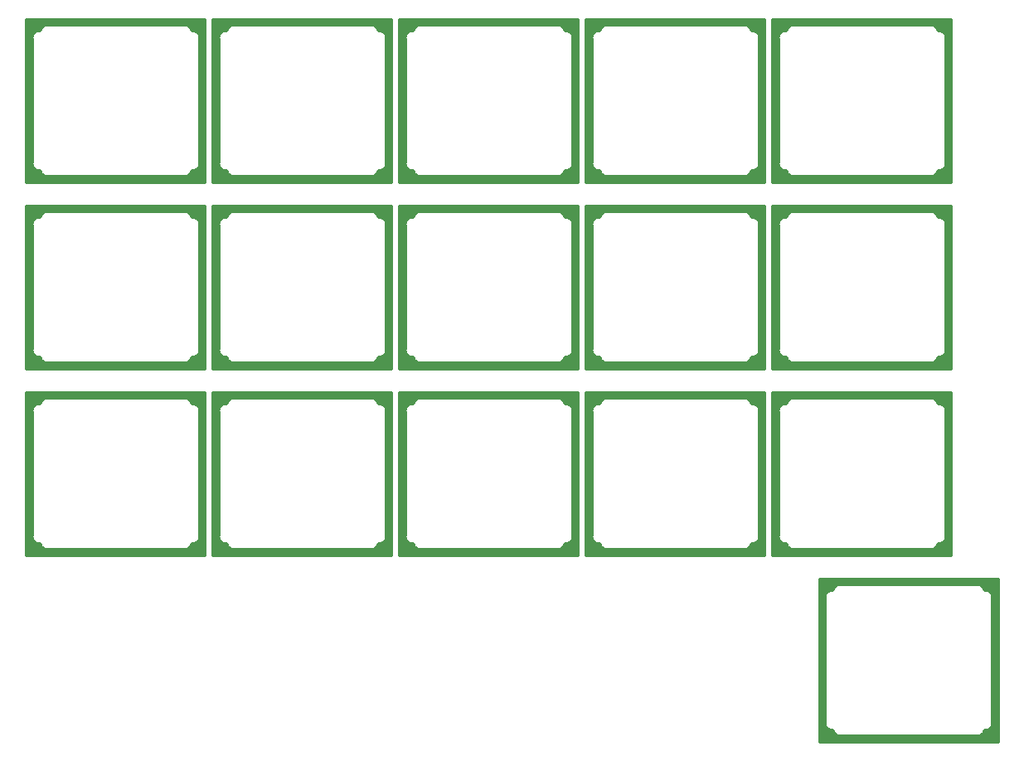
<source format=gbr>
G04 #@! TF.GenerationSoftware,KiCad,Pcbnew,(5.1.4)-1*
G04 #@! TF.CreationDate,2020-11-18T14:35:40-05:00*
G04 #@! TF.ProjectId,Plate,506c6174-652e-46b6-9963-61645f706362,rev?*
G04 #@! TF.SameCoordinates,Original*
G04 #@! TF.FileFunction,Copper,L1,Top*
G04 #@! TF.FilePolarity,Positive*
%FSLAX46Y46*%
G04 Gerber Fmt 4.6, Leading zero omitted, Abs format (unit mm)*
G04 Created by KiCad (PCBNEW (5.1.4)-1) date 2020-11-18 14:35:40*
%MOMM*%
%LPD*%
G04 APERTURE LIST*
%ADD10C,0.254000*%
G04 APERTURE END LIST*
D10*
G36*
X247396000Y-131445000D02*
G01*
X229108000Y-131445000D01*
X229108000Y-116696945D01*
X229686562Y-116696945D01*
X229690118Y-116733049D01*
X229690119Y-129461450D01*
X229686562Y-129497565D01*
X229700753Y-129641650D01*
X229742781Y-129780198D01*
X229811031Y-129907885D01*
X229902880Y-130019803D01*
X230014798Y-130111652D01*
X230142485Y-130179902D01*
X230281033Y-130221930D01*
X230389013Y-130232565D01*
X230425118Y-130236121D01*
X230461223Y-130232565D01*
X230500713Y-130232565D01*
X230501553Y-130241090D01*
X230543581Y-130379638D01*
X230611831Y-130507325D01*
X230703680Y-130619243D01*
X230815598Y-130711092D01*
X230943285Y-130779342D01*
X231081833Y-130821370D01*
X231189813Y-130832005D01*
X231225918Y-130835561D01*
X231262023Y-130832005D01*
X245189113Y-130832005D01*
X245225218Y-130835561D01*
X245261323Y-130832005D01*
X245369303Y-130821370D01*
X245507851Y-130779342D01*
X245635538Y-130711092D01*
X245747456Y-130619243D01*
X245839305Y-130507325D01*
X245907555Y-130379638D01*
X245949583Y-130241090D01*
X245950423Y-130232565D01*
X245988513Y-130232565D01*
X246024618Y-130236121D01*
X246060723Y-130232565D01*
X246168703Y-130221930D01*
X246307251Y-130179902D01*
X246434938Y-130111652D01*
X246546856Y-130019803D01*
X246638705Y-129907885D01*
X246706955Y-129780198D01*
X246748983Y-129641650D01*
X246763174Y-129497565D01*
X246759618Y-129461460D01*
X246759618Y-116733049D01*
X246763174Y-116696945D01*
X246748983Y-116552860D01*
X246706955Y-116414312D01*
X246638705Y-116286625D01*
X246546856Y-116174707D01*
X246434938Y-116082858D01*
X246307251Y-116014608D01*
X246168703Y-115972580D01*
X246060723Y-115961945D01*
X246024618Y-115958389D01*
X245988513Y-115961945D01*
X245950419Y-115961945D01*
X245949583Y-115953460D01*
X245907555Y-115814912D01*
X245839305Y-115687225D01*
X245747456Y-115575307D01*
X245635538Y-115483458D01*
X245507851Y-115415208D01*
X245369303Y-115373180D01*
X245261323Y-115362545D01*
X245225218Y-115358989D01*
X245189113Y-115362545D01*
X231262023Y-115362545D01*
X231225918Y-115358989D01*
X231189813Y-115362545D01*
X231081833Y-115373180D01*
X230943285Y-115415208D01*
X230815598Y-115483458D01*
X230703680Y-115575307D01*
X230611831Y-115687225D01*
X230543581Y-115814912D01*
X230501553Y-115953460D01*
X230500717Y-115961945D01*
X230461223Y-115961945D01*
X230425118Y-115958389D01*
X230389013Y-115961945D01*
X230281033Y-115972580D01*
X230142485Y-116014608D01*
X230014798Y-116082858D01*
X229902880Y-116174707D01*
X229811031Y-116286625D01*
X229742781Y-116414312D01*
X229700753Y-116552860D01*
X229686562Y-116696945D01*
X229108000Y-116696945D01*
X229108000Y-114808000D01*
X247396000Y-114808000D01*
X247396000Y-131445000D01*
X247396000Y-131445000D01*
G37*
X247396000Y-131445000D02*
X229108000Y-131445000D01*
X229108000Y-116696945D01*
X229686562Y-116696945D01*
X229690118Y-116733049D01*
X229690119Y-129461450D01*
X229686562Y-129497565D01*
X229700753Y-129641650D01*
X229742781Y-129780198D01*
X229811031Y-129907885D01*
X229902880Y-130019803D01*
X230014798Y-130111652D01*
X230142485Y-130179902D01*
X230281033Y-130221930D01*
X230389013Y-130232565D01*
X230425118Y-130236121D01*
X230461223Y-130232565D01*
X230500713Y-130232565D01*
X230501553Y-130241090D01*
X230543581Y-130379638D01*
X230611831Y-130507325D01*
X230703680Y-130619243D01*
X230815598Y-130711092D01*
X230943285Y-130779342D01*
X231081833Y-130821370D01*
X231189813Y-130832005D01*
X231225918Y-130835561D01*
X231262023Y-130832005D01*
X245189113Y-130832005D01*
X245225218Y-130835561D01*
X245261323Y-130832005D01*
X245369303Y-130821370D01*
X245507851Y-130779342D01*
X245635538Y-130711092D01*
X245747456Y-130619243D01*
X245839305Y-130507325D01*
X245907555Y-130379638D01*
X245949583Y-130241090D01*
X245950423Y-130232565D01*
X245988513Y-130232565D01*
X246024618Y-130236121D01*
X246060723Y-130232565D01*
X246168703Y-130221930D01*
X246307251Y-130179902D01*
X246434938Y-130111652D01*
X246546856Y-130019803D01*
X246638705Y-129907885D01*
X246706955Y-129780198D01*
X246748983Y-129641650D01*
X246763174Y-129497565D01*
X246759618Y-129461460D01*
X246759618Y-116733049D01*
X246763174Y-116696945D01*
X246748983Y-116552860D01*
X246706955Y-116414312D01*
X246638705Y-116286625D01*
X246546856Y-116174707D01*
X246434938Y-116082858D01*
X246307251Y-116014608D01*
X246168703Y-115972580D01*
X246060723Y-115961945D01*
X246024618Y-115958389D01*
X245988513Y-115961945D01*
X245950419Y-115961945D01*
X245949583Y-115953460D01*
X245907555Y-115814912D01*
X245839305Y-115687225D01*
X245747456Y-115575307D01*
X245635538Y-115483458D01*
X245507851Y-115415208D01*
X245369303Y-115373180D01*
X245261323Y-115362545D01*
X245225218Y-115358989D01*
X245189113Y-115362545D01*
X231262023Y-115362545D01*
X231225918Y-115358989D01*
X231189813Y-115362545D01*
X231081833Y-115373180D01*
X230943285Y-115415208D01*
X230815598Y-115483458D01*
X230703680Y-115575307D01*
X230611831Y-115687225D01*
X230543581Y-115814912D01*
X230501553Y-115953460D01*
X230500717Y-115961945D01*
X230461223Y-115961945D01*
X230425118Y-115958389D01*
X230389013Y-115961945D01*
X230281033Y-115972580D01*
X230142485Y-116014608D01*
X230014798Y-116082858D01*
X229902880Y-116174707D01*
X229811031Y-116286625D01*
X229742781Y-116414312D01*
X229700753Y-116552860D01*
X229686562Y-116696945D01*
X229108000Y-116696945D01*
X229108000Y-114808000D01*
X247396000Y-114808000D01*
X247396000Y-131445000D01*
G36*
X242570000Y-112395000D02*
G01*
X224282000Y-112395000D01*
X224282000Y-97646945D01*
X224924062Y-97646945D01*
X224927618Y-97683049D01*
X224927619Y-110411430D01*
X224924062Y-110447545D01*
X224938253Y-110591630D01*
X224980281Y-110730178D01*
X225048531Y-110857865D01*
X225140380Y-110969783D01*
X225252298Y-111061632D01*
X225379985Y-111129882D01*
X225518533Y-111171910D01*
X225626513Y-111182545D01*
X225662618Y-111186101D01*
X225698723Y-111182545D01*
X225738207Y-111182545D01*
X225739053Y-111191130D01*
X225781081Y-111329678D01*
X225849331Y-111457365D01*
X225941180Y-111569283D01*
X226053098Y-111661132D01*
X226180785Y-111729382D01*
X226319333Y-111771410D01*
X226427313Y-111782045D01*
X226463418Y-111785601D01*
X226499523Y-111782045D01*
X240426613Y-111782045D01*
X240462718Y-111785601D01*
X240498823Y-111782045D01*
X240606803Y-111771410D01*
X240745351Y-111729382D01*
X240873038Y-111661132D01*
X240984956Y-111569283D01*
X241076805Y-111457365D01*
X241145055Y-111329678D01*
X241187083Y-111191130D01*
X241187929Y-111182545D01*
X241226013Y-111182545D01*
X241262118Y-111186101D01*
X241298223Y-111182545D01*
X241406203Y-111171910D01*
X241544751Y-111129882D01*
X241672438Y-111061632D01*
X241784356Y-110969783D01*
X241876205Y-110857865D01*
X241944455Y-110730178D01*
X241986483Y-110591630D01*
X242000674Y-110447545D01*
X241997118Y-110411440D01*
X241997118Y-97683049D01*
X242000674Y-97646945D01*
X241986483Y-97502860D01*
X241944455Y-97364312D01*
X241876205Y-97236625D01*
X241784356Y-97124707D01*
X241672438Y-97032858D01*
X241544751Y-96964608D01*
X241406203Y-96922580D01*
X241298223Y-96911945D01*
X241262118Y-96908389D01*
X241226013Y-96911945D01*
X241187909Y-96911945D01*
X241187083Y-96903560D01*
X241145055Y-96765012D01*
X241076805Y-96637325D01*
X240984956Y-96525407D01*
X240873038Y-96433558D01*
X240745351Y-96365308D01*
X240606803Y-96323280D01*
X240498823Y-96312645D01*
X240462718Y-96309089D01*
X240426613Y-96312645D01*
X226499523Y-96312645D01*
X226463418Y-96309089D01*
X226427313Y-96312645D01*
X226319333Y-96323280D01*
X226180785Y-96365308D01*
X226053098Y-96433558D01*
X225941180Y-96525407D01*
X225849331Y-96637325D01*
X225781081Y-96765012D01*
X225739053Y-96903560D01*
X225738227Y-96911945D01*
X225698723Y-96911945D01*
X225662618Y-96908389D01*
X225626513Y-96911945D01*
X225518533Y-96922580D01*
X225379985Y-96964608D01*
X225252298Y-97032858D01*
X225140380Y-97124707D01*
X225048531Y-97236625D01*
X224980281Y-97364312D01*
X224938253Y-97502860D01*
X224924062Y-97646945D01*
X224282000Y-97646945D01*
X224282000Y-95758000D01*
X242570000Y-95758000D01*
X242570000Y-112395000D01*
X242570000Y-112395000D01*
G37*
X242570000Y-112395000D02*
X224282000Y-112395000D01*
X224282000Y-97646945D01*
X224924062Y-97646945D01*
X224927618Y-97683049D01*
X224927619Y-110411430D01*
X224924062Y-110447545D01*
X224938253Y-110591630D01*
X224980281Y-110730178D01*
X225048531Y-110857865D01*
X225140380Y-110969783D01*
X225252298Y-111061632D01*
X225379985Y-111129882D01*
X225518533Y-111171910D01*
X225626513Y-111182545D01*
X225662618Y-111186101D01*
X225698723Y-111182545D01*
X225738207Y-111182545D01*
X225739053Y-111191130D01*
X225781081Y-111329678D01*
X225849331Y-111457365D01*
X225941180Y-111569283D01*
X226053098Y-111661132D01*
X226180785Y-111729382D01*
X226319333Y-111771410D01*
X226427313Y-111782045D01*
X226463418Y-111785601D01*
X226499523Y-111782045D01*
X240426613Y-111782045D01*
X240462718Y-111785601D01*
X240498823Y-111782045D01*
X240606803Y-111771410D01*
X240745351Y-111729382D01*
X240873038Y-111661132D01*
X240984956Y-111569283D01*
X241076805Y-111457365D01*
X241145055Y-111329678D01*
X241187083Y-111191130D01*
X241187929Y-111182545D01*
X241226013Y-111182545D01*
X241262118Y-111186101D01*
X241298223Y-111182545D01*
X241406203Y-111171910D01*
X241544751Y-111129882D01*
X241672438Y-111061632D01*
X241784356Y-110969783D01*
X241876205Y-110857865D01*
X241944455Y-110730178D01*
X241986483Y-110591630D01*
X242000674Y-110447545D01*
X241997118Y-110411440D01*
X241997118Y-97683049D01*
X242000674Y-97646945D01*
X241986483Y-97502860D01*
X241944455Y-97364312D01*
X241876205Y-97236625D01*
X241784356Y-97124707D01*
X241672438Y-97032858D01*
X241544751Y-96964608D01*
X241406203Y-96922580D01*
X241298223Y-96911945D01*
X241262118Y-96908389D01*
X241226013Y-96911945D01*
X241187909Y-96911945D01*
X241187083Y-96903560D01*
X241145055Y-96765012D01*
X241076805Y-96637325D01*
X240984956Y-96525407D01*
X240873038Y-96433558D01*
X240745351Y-96365308D01*
X240606803Y-96323280D01*
X240498823Y-96312645D01*
X240462718Y-96309089D01*
X240426613Y-96312645D01*
X226499523Y-96312645D01*
X226463418Y-96309089D01*
X226427313Y-96312645D01*
X226319333Y-96323280D01*
X226180785Y-96365308D01*
X226053098Y-96433558D01*
X225941180Y-96525407D01*
X225849331Y-96637325D01*
X225781081Y-96765012D01*
X225739053Y-96903560D01*
X225738227Y-96911945D01*
X225698723Y-96911945D01*
X225662618Y-96908389D01*
X225626513Y-96911945D01*
X225518533Y-96922580D01*
X225379985Y-96964608D01*
X225252298Y-97032858D01*
X225140380Y-97124707D01*
X225048531Y-97236625D01*
X224980281Y-97364312D01*
X224938253Y-97502860D01*
X224924062Y-97646945D01*
X224282000Y-97646945D01*
X224282000Y-95758000D01*
X242570000Y-95758000D01*
X242570000Y-112395000D01*
G36*
X223520000Y-112395000D02*
G01*
X205232000Y-112395000D01*
X205232000Y-97646945D01*
X205874062Y-97646945D01*
X205877618Y-97683049D01*
X205877619Y-110411430D01*
X205874062Y-110447545D01*
X205888253Y-110591630D01*
X205930281Y-110730178D01*
X205998531Y-110857865D01*
X206090380Y-110969783D01*
X206202298Y-111061632D01*
X206329985Y-111129882D01*
X206468533Y-111171910D01*
X206576513Y-111182545D01*
X206612618Y-111186101D01*
X206648723Y-111182545D01*
X206688207Y-111182545D01*
X206689053Y-111191130D01*
X206731081Y-111329678D01*
X206799331Y-111457365D01*
X206891180Y-111569283D01*
X207003098Y-111661132D01*
X207130785Y-111729382D01*
X207269333Y-111771410D01*
X207377313Y-111782045D01*
X207413418Y-111785601D01*
X207449523Y-111782045D01*
X221376613Y-111782045D01*
X221412718Y-111785601D01*
X221448823Y-111782045D01*
X221556803Y-111771410D01*
X221695351Y-111729382D01*
X221823038Y-111661132D01*
X221934956Y-111569283D01*
X222026805Y-111457365D01*
X222095055Y-111329678D01*
X222137083Y-111191130D01*
X222137929Y-111182545D01*
X222177413Y-111182545D01*
X222213518Y-111186101D01*
X222249623Y-111182545D01*
X222357603Y-111171910D01*
X222496151Y-111129882D01*
X222623838Y-111061632D01*
X222735756Y-110969783D01*
X222827605Y-110857865D01*
X222895855Y-110730178D01*
X222937883Y-110591630D01*
X222952074Y-110447545D01*
X222948518Y-110411440D01*
X222948518Y-97683049D01*
X222952074Y-97646945D01*
X222937883Y-97502860D01*
X222895855Y-97364312D01*
X222827605Y-97236625D01*
X222735756Y-97124707D01*
X222623838Y-97032858D01*
X222496151Y-96964608D01*
X222357603Y-96922580D01*
X222249623Y-96911945D01*
X222213518Y-96908389D01*
X222177413Y-96911945D01*
X222137909Y-96911945D01*
X222137083Y-96903560D01*
X222095055Y-96765012D01*
X222026805Y-96637325D01*
X221934956Y-96525407D01*
X221823038Y-96433558D01*
X221695351Y-96365308D01*
X221556803Y-96323280D01*
X221448823Y-96312645D01*
X221412718Y-96309089D01*
X221376613Y-96312645D01*
X207449523Y-96312645D01*
X207413418Y-96309089D01*
X207377313Y-96312645D01*
X207269333Y-96323280D01*
X207130785Y-96365308D01*
X207003098Y-96433558D01*
X206891180Y-96525407D01*
X206799331Y-96637325D01*
X206731081Y-96765012D01*
X206689053Y-96903560D01*
X206688227Y-96911945D01*
X206648723Y-96911945D01*
X206612618Y-96908389D01*
X206576513Y-96911945D01*
X206468533Y-96922580D01*
X206329985Y-96964608D01*
X206202298Y-97032858D01*
X206090380Y-97124707D01*
X205998531Y-97236625D01*
X205930281Y-97364312D01*
X205888253Y-97502860D01*
X205874062Y-97646945D01*
X205232000Y-97646945D01*
X205232000Y-95758000D01*
X223520000Y-95758000D01*
X223520000Y-112395000D01*
X223520000Y-112395000D01*
G37*
X223520000Y-112395000D02*
X205232000Y-112395000D01*
X205232000Y-97646945D01*
X205874062Y-97646945D01*
X205877618Y-97683049D01*
X205877619Y-110411430D01*
X205874062Y-110447545D01*
X205888253Y-110591630D01*
X205930281Y-110730178D01*
X205998531Y-110857865D01*
X206090380Y-110969783D01*
X206202298Y-111061632D01*
X206329985Y-111129882D01*
X206468533Y-111171910D01*
X206576513Y-111182545D01*
X206612618Y-111186101D01*
X206648723Y-111182545D01*
X206688207Y-111182545D01*
X206689053Y-111191130D01*
X206731081Y-111329678D01*
X206799331Y-111457365D01*
X206891180Y-111569283D01*
X207003098Y-111661132D01*
X207130785Y-111729382D01*
X207269333Y-111771410D01*
X207377313Y-111782045D01*
X207413418Y-111785601D01*
X207449523Y-111782045D01*
X221376613Y-111782045D01*
X221412718Y-111785601D01*
X221448823Y-111782045D01*
X221556803Y-111771410D01*
X221695351Y-111729382D01*
X221823038Y-111661132D01*
X221934956Y-111569283D01*
X222026805Y-111457365D01*
X222095055Y-111329678D01*
X222137083Y-111191130D01*
X222137929Y-111182545D01*
X222177413Y-111182545D01*
X222213518Y-111186101D01*
X222249623Y-111182545D01*
X222357603Y-111171910D01*
X222496151Y-111129882D01*
X222623838Y-111061632D01*
X222735756Y-110969783D01*
X222827605Y-110857865D01*
X222895855Y-110730178D01*
X222937883Y-110591630D01*
X222952074Y-110447545D01*
X222948518Y-110411440D01*
X222948518Y-97683049D01*
X222952074Y-97646945D01*
X222937883Y-97502860D01*
X222895855Y-97364312D01*
X222827605Y-97236625D01*
X222735756Y-97124707D01*
X222623838Y-97032858D01*
X222496151Y-96964608D01*
X222357603Y-96922580D01*
X222249623Y-96911945D01*
X222213518Y-96908389D01*
X222177413Y-96911945D01*
X222137909Y-96911945D01*
X222137083Y-96903560D01*
X222095055Y-96765012D01*
X222026805Y-96637325D01*
X221934956Y-96525407D01*
X221823038Y-96433558D01*
X221695351Y-96365308D01*
X221556803Y-96323280D01*
X221448823Y-96312645D01*
X221412718Y-96309089D01*
X221376613Y-96312645D01*
X207449523Y-96312645D01*
X207413418Y-96309089D01*
X207377313Y-96312645D01*
X207269333Y-96323280D01*
X207130785Y-96365308D01*
X207003098Y-96433558D01*
X206891180Y-96525407D01*
X206799331Y-96637325D01*
X206731081Y-96765012D01*
X206689053Y-96903560D01*
X206688227Y-96911945D01*
X206648723Y-96911945D01*
X206612618Y-96908389D01*
X206576513Y-96911945D01*
X206468533Y-96922580D01*
X206329985Y-96964608D01*
X206202298Y-97032858D01*
X206090380Y-97124707D01*
X205998531Y-97236625D01*
X205930281Y-97364312D01*
X205888253Y-97502860D01*
X205874062Y-97646945D01*
X205232000Y-97646945D01*
X205232000Y-95758000D01*
X223520000Y-95758000D01*
X223520000Y-112395000D01*
G36*
X204470000Y-112395000D02*
G01*
X186182000Y-112395000D01*
X186182000Y-97646945D01*
X186824062Y-97646945D01*
X186827618Y-97683049D01*
X186827619Y-110411430D01*
X186824062Y-110447545D01*
X186838253Y-110591630D01*
X186880281Y-110730178D01*
X186948531Y-110857865D01*
X187040380Y-110969783D01*
X187152298Y-111061632D01*
X187279985Y-111129882D01*
X187418533Y-111171910D01*
X187526513Y-111182545D01*
X187562618Y-111186101D01*
X187598723Y-111182545D01*
X187638207Y-111182545D01*
X187639053Y-111191130D01*
X187681081Y-111329678D01*
X187749331Y-111457365D01*
X187841180Y-111569283D01*
X187953098Y-111661132D01*
X188080785Y-111729382D01*
X188219333Y-111771410D01*
X188327313Y-111782045D01*
X188363418Y-111785601D01*
X188399523Y-111782045D01*
X202326613Y-111782045D01*
X202362718Y-111785601D01*
X202398823Y-111782045D01*
X202506803Y-111771410D01*
X202645351Y-111729382D01*
X202773038Y-111661132D01*
X202884956Y-111569283D01*
X202976805Y-111457365D01*
X203045055Y-111329678D01*
X203087083Y-111191130D01*
X203087929Y-111182545D01*
X203127413Y-111182545D01*
X203163518Y-111186101D01*
X203199623Y-111182545D01*
X203307603Y-111171910D01*
X203446151Y-111129882D01*
X203573838Y-111061632D01*
X203685756Y-110969783D01*
X203777605Y-110857865D01*
X203845855Y-110730178D01*
X203887883Y-110591630D01*
X203902074Y-110447545D01*
X203898518Y-110411440D01*
X203898518Y-97683049D01*
X203902074Y-97646945D01*
X203887883Y-97502860D01*
X203845855Y-97364312D01*
X203777605Y-97236625D01*
X203685756Y-97124707D01*
X203573838Y-97032858D01*
X203446151Y-96964608D01*
X203307603Y-96922580D01*
X203199623Y-96911945D01*
X203163518Y-96908389D01*
X203127413Y-96911945D01*
X203087909Y-96911945D01*
X203087083Y-96903560D01*
X203045055Y-96765012D01*
X202976805Y-96637325D01*
X202884956Y-96525407D01*
X202773038Y-96433558D01*
X202645351Y-96365308D01*
X202506803Y-96323280D01*
X202398823Y-96312645D01*
X202362718Y-96309089D01*
X202326613Y-96312645D01*
X188399523Y-96312645D01*
X188363418Y-96309089D01*
X188327313Y-96312645D01*
X188219333Y-96323280D01*
X188080785Y-96365308D01*
X187953098Y-96433558D01*
X187841180Y-96525407D01*
X187749331Y-96637325D01*
X187681081Y-96765012D01*
X187639053Y-96903560D01*
X187638227Y-96911945D01*
X187598723Y-96911945D01*
X187562618Y-96908389D01*
X187526513Y-96911945D01*
X187418533Y-96922580D01*
X187279985Y-96964608D01*
X187152298Y-97032858D01*
X187040380Y-97124707D01*
X186948531Y-97236625D01*
X186880281Y-97364312D01*
X186838253Y-97502860D01*
X186824062Y-97646945D01*
X186182000Y-97646945D01*
X186182000Y-95758000D01*
X204470000Y-95758000D01*
X204470000Y-112395000D01*
X204470000Y-112395000D01*
G37*
X204470000Y-112395000D02*
X186182000Y-112395000D01*
X186182000Y-97646945D01*
X186824062Y-97646945D01*
X186827618Y-97683049D01*
X186827619Y-110411430D01*
X186824062Y-110447545D01*
X186838253Y-110591630D01*
X186880281Y-110730178D01*
X186948531Y-110857865D01*
X187040380Y-110969783D01*
X187152298Y-111061632D01*
X187279985Y-111129882D01*
X187418533Y-111171910D01*
X187526513Y-111182545D01*
X187562618Y-111186101D01*
X187598723Y-111182545D01*
X187638207Y-111182545D01*
X187639053Y-111191130D01*
X187681081Y-111329678D01*
X187749331Y-111457365D01*
X187841180Y-111569283D01*
X187953098Y-111661132D01*
X188080785Y-111729382D01*
X188219333Y-111771410D01*
X188327313Y-111782045D01*
X188363418Y-111785601D01*
X188399523Y-111782045D01*
X202326613Y-111782045D01*
X202362718Y-111785601D01*
X202398823Y-111782045D01*
X202506803Y-111771410D01*
X202645351Y-111729382D01*
X202773038Y-111661132D01*
X202884956Y-111569283D01*
X202976805Y-111457365D01*
X203045055Y-111329678D01*
X203087083Y-111191130D01*
X203087929Y-111182545D01*
X203127413Y-111182545D01*
X203163518Y-111186101D01*
X203199623Y-111182545D01*
X203307603Y-111171910D01*
X203446151Y-111129882D01*
X203573838Y-111061632D01*
X203685756Y-110969783D01*
X203777605Y-110857865D01*
X203845855Y-110730178D01*
X203887883Y-110591630D01*
X203902074Y-110447545D01*
X203898518Y-110411440D01*
X203898518Y-97683049D01*
X203902074Y-97646945D01*
X203887883Y-97502860D01*
X203845855Y-97364312D01*
X203777605Y-97236625D01*
X203685756Y-97124707D01*
X203573838Y-97032858D01*
X203446151Y-96964608D01*
X203307603Y-96922580D01*
X203199623Y-96911945D01*
X203163518Y-96908389D01*
X203127413Y-96911945D01*
X203087909Y-96911945D01*
X203087083Y-96903560D01*
X203045055Y-96765012D01*
X202976805Y-96637325D01*
X202884956Y-96525407D01*
X202773038Y-96433558D01*
X202645351Y-96365308D01*
X202506803Y-96323280D01*
X202398823Y-96312645D01*
X202362718Y-96309089D01*
X202326613Y-96312645D01*
X188399523Y-96312645D01*
X188363418Y-96309089D01*
X188327313Y-96312645D01*
X188219333Y-96323280D01*
X188080785Y-96365308D01*
X187953098Y-96433558D01*
X187841180Y-96525407D01*
X187749331Y-96637325D01*
X187681081Y-96765012D01*
X187639053Y-96903560D01*
X187638227Y-96911945D01*
X187598723Y-96911945D01*
X187562618Y-96908389D01*
X187526513Y-96911945D01*
X187418533Y-96922580D01*
X187279985Y-96964608D01*
X187152298Y-97032858D01*
X187040380Y-97124707D01*
X186948531Y-97236625D01*
X186880281Y-97364312D01*
X186838253Y-97502860D01*
X186824062Y-97646945D01*
X186182000Y-97646945D01*
X186182000Y-95758000D01*
X204470000Y-95758000D01*
X204470000Y-112395000D01*
G36*
X166370000Y-112395000D02*
G01*
X148082000Y-112395000D01*
X148082000Y-97646945D01*
X148724172Y-97646945D01*
X148727728Y-97683049D01*
X148727729Y-110411430D01*
X148724172Y-110447545D01*
X148738363Y-110591630D01*
X148780391Y-110730178D01*
X148848641Y-110857865D01*
X148940490Y-110969783D01*
X149052408Y-111061632D01*
X149180095Y-111129882D01*
X149318643Y-111171910D01*
X149426623Y-111182545D01*
X149462728Y-111186101D01*
X149498833Y-111182545D01*
X149538157Y-111182545D01*
X149539003Y-111191130D01*
X149581031Y-111329678D01*
X149649281Y-111457365D01*
X149741130Y-111569283D01*
X149853048Y-111661132D01*
X149980735Y-111729382D01*
X150119283Y-111771410D01*
X150227263Y-111782045D01*
X150263368Y-111785601D01*
X150299473Y-111782045D01*
X164226813Y-111782045D01*
X164262918Y-111785601D01*
X164299023Y-111782045D01*
X164407003Y-111771410D01*
X164545551Y-111729382D01*
X164673238Y-111661132D01*
X164785156Y-111569283D01*
X164877005Y-111457365D01*
X164945255Y-111329678D01*
X164987283Y-111191130D01*
X164988129Y-111182545D01*
X165027413Y-111182545D01*
X165063518Y-111186101D01*
X165099623Y-111182545D01*
X165207603Y-111171910D01*
X165346151Y-111129882D01*
X165473838Y-111061632D01*
X165585756Y-110969783D01*
X165677605Y-110857865D01*
X165745855Y-110730178D01*
X165787883Y-110591630D01*
X165802074Y-110447545D01*
X165798518Y-110411440D01*
X165798518Y-97683049D01*
X165802074Y-97646945D01*
X165787883Y-97502860D01*
X165745855Y-97364312D01*
X165677605Y-97236625D01*
X165585756Y-97124707D01*
X165473838Y-97032858D01*
X165346151Y-96964608D01*
X165207603Y-96922580D01*
X165099623Y-96911945D01*
X165063518Y-96908389D01*
X165027413Y-96911945D01*
X164988109Y-96911945D01*
X164987283Y-96903560D01*
X164945255Y-96765012D01*
X164877005Y-96637325D01*
X164785156Y-96525407D01*
X164673238Y-96433558D01*
X164545551Y-96365308D01*
X164407003Y-96323280D01*
X164299023Y-96312645D01*
X164262918Y-96309089D01*
X164226813Y-96312645D01*
X150299473Y-96312645D01*
X150263368Y-96309089D01*
X150227263Y-96312645D01*
X150119283Y-96323280D01*
X149980735Y-96365308D01*
X149853048Y-96433558D01*
X149741130Y-96525407D01*
X149649281Y-96637325D01*
X149581031Y-96765012D01*
X149539003Y-96903560D01*
X149538177Y-96911945D01*
X149498833Y-96911945D01*
X149462728Y-96908389D01*
X149426623Y-96911945D01*
X149318643Y-96922580D01*
X149180095Y-96964608D01*
X149052408Y-97032858D01*
X148940490Y-97124707D01*
X148848641Y-97236625D01*
X148780391Y-97364312D01*
X148738363Y-97502860D01*
X148724172Y-97646945D01*
X148082000Y-97646945D01*
X148082000Y-95758000D01*
X166370000Y-95758000D01*
X166370000Y-112395000D01*
X166370000Y-112395000D01*
G37*
X166370000Y-112395000D02*
X148082000Y-112395000D01*
X148082000Y-97646945D01*
X148724172Y-97646945D01*
X148727728Y-97683049D01*
X148727729Y-110411430D01*
X148724172Y-110447545D01*
X148738363Y-110591630D01*
X148780391Y-110730178D01*
X148848641Y-110857865D01*
X148940490Y-110969783D01*
X149052408Y-111061632D01*
X149180095Y-111129882D01*
X149318643Y-111171910D01*
X149426623Y-111182545D01*
X149462728Y-111186101D01*
X149498833Y-111182545D01*
X149538157Y-111182545D01*
X149539003Y-111191130D01*
X149581031Y-111329678D01*
X149649281Y-111457365D01*
X149741130Y-111569283D01*
X149853048Y-111661132D01*
X149980735Y-111729382D01*
X150119283Y-111771410D01*
X150227263Y-111782045D01*
X150263368Y-111785601D01*
X150299473Y-111782045D01*
X164226813Y-111782045D01*
X164262918Y-111785601D01*
X164299023Y-111782045D01*
X164407003Y-111771410D01*
X164545551Y-111729382D01*
X164673238Y-111661132D01*
X164785156Y-111569283D01*
X164877005Y-111457365D01*
X164945255Y-111329678D01*
X164987283Y-111191130D01*
X164988129Y-111182545D01*
X165027413Y-111182545D01*
X165063518Y-111186101D01*
X165099623Y-111182545D01*
X165207603Y-111171910D01*
X165346151Y-111129882D01*
X165473838Y-111061632D01*
X165585756Y-110969783D01*
X165677605Y-110857865D01*
X165745855Y-110730178D01*
X165787883Y-110591630D01*
X165802074Y-110447545D01*
X165798518Y-110411440D01*
X165798518Y-97683049D01*
X165802074Y-97646945D01*
X165787883Y-97502860D01*
X165745855Y-97364312D01*
X165677605Y-97236625D01*
X165585756Y-97124707D01*
X165473838Y-97032858D01*
X165346151Y-96964608D01*
X165207603Y-96922580D01*
X165099623Y-96911945D01*
X165063518Y-96908389D01*
X165027413Y-96911945D01*
X164988109Y-96911945D01*
X164987283Y-96903560D01*
X164945255Y-96765012D01*
X164877005Y-96637325D01*
X164785156Y-96525407D01*
X164673238Y-96433558D01*
X164545551Y-96365308D01*
X164407003Y-96323280D01*
X164299023Y-96312645D01*
X164262918Y-96309089D01*
X164226813Y-96312645D01*
X150299473Y-96312645D01*
X150263368Y-96309089D01*
X150227263Y-96312645D01*
X150119283Y-96323280D01*
X149980735Y-96365308D01*
X149853048Y-96433558D01*
X149741130Y-96525407D01*
X149649281Y-96637325D01*
X149581031Y-96765012D01*
X149539003Y-96903560D01*
X149538177Y-96911945D01*
X149498833Y-96911945D01*
X149462728Y-96908389D01*
X149426623Y-96911945D01*
X149318643Y-96922580D01*
X149180095Y-96964608D01*
X149052408Y-97032858D01*
X148940490Y-97124707D01*
X148848641Y-97236625D01*
X148780391Y-97364312D01*
X148738363Y-97502860D01*
X148724172Y-97646945D01*
X148082000Y-97646945D01*
X148082000Y-95758000D01*
X166370000Y-95758000D01*
X166370000Y-112395000D01*
G36*
X185420000Y-112395000D02*
G01*
X167132000Y-112395000D01*
X167132000Y-97646945D01*
X167774162Y-97646945D01*
X167777718Y-97683049D01*
X167777719Y-110411430D01*
X167774162Y-110447545D01*
X167788353Y-110591630D01*
X167830381Y-110730178D01*
X167898631Y-110857865D01*
X167990480Y-110969783D01*
X168102398Y-111061632D01*
X168230085Y-111129882D01*
X168368633Y-111171910D01*
X168476613Y-111182545D01*
X168512718Y-111186101D01*
X168548823Y-111182545D01*
X168588207Y-111182545D01*
X168589053Y-111191130D01*
X168631081Y-111329678D01*
X168699331Y-111457365D01*
X168791180Y-111569283D01*
X168903098Y-111661132D01*
X169030785Y-111729382D01*
X169169333Y-111771410D01*
X169277313Y-111782045D01*
X169313418Y-111785601D01*
X169349523Y-111782045D01*
X183276613Y-111782045D01*
X183312718Y-111785601D01*
X183348823Y-111782045D01*
X183456803Y-111771410D01*
X183595351Y-111729382D01*
X183723038Y-111661132D01*
X183834956Y-111569283D01*
X183926805Y-111457365D01*
X183995055Y-111329678D01*
X184037083Y-111191130D01*
X184037929Y-111182545D01*
X184077413Y-111182545D01*
X184113518Y-111186101D01*
X184149623Y-111182545D01*
X184257603Y-111171910D01*
X184396151Y-111129882D01*
X184523838Y-111061632D01*
X184635756Y-110969783D01*
X184727605Y-110857865D01*
X184795855Y-110730178D01*
X184837883Y-110591630D01*
X184852074Y-110447545D01*
X184848518Y-110411440D01*
X184848518Y-97683049D01*
X184852074Y-97646945D01*
X184837883Y-97502860D01*
X184795855Y-97364312D01*
X184727605Y-97236625D01*
X184635756Y-97124707D01*
X184523838Y-97032858D01*
X184396151Y-96964608D01*
X184257603Y-96922580D01*
X184149623Y-96911945D01*
X184113518Y-96908389D01*
X184077413Y-96911945D01*
X184037909Y-96911945D01*
X184037083Y-96903560D01*
X183995055Y-96765012D01*
X183926805Y-96637325D01*
X183834956Y-96525407D01*
X183723038Y-96433558D01*
X183595351Y-96365308D01*
X183456803Y-96323280D01*
X183348823Y-96312645D01*
X183312718Y-96309089D01*
X183276613Y-96312645D01*
X169349523Y-96312645D01*
X169313418Y-96309089D01*
X169277313Y-96312645D01*
X169169333Y-96323280D01*
X169030785Y-96365308D01*
X168903098Y-96433558D01*
X168791180Y-96525407D01*
X168699331Y-96637325D01*
X168631081Y-96765012D01*
X168589053Y-96903560D01*
X168588227Y-96911945D01*
X168548823Y-96911945D01*
X168512718Y-96908389D01*
X168476613Y-96911945D01*
X168368633Y-96922580D01*
X168230085Y-96964608D01*
X168102398Y-97032858D01*
X167990480Y-97124707D01*
X167898631Y-97236625D01*
X167830381Y-97364312D01*
X167788353Y-97502860D01*
X167774162Y-97646945D01*
X167132000Y-97646945D01*
X167132000Y-95758000D01*
X185420000Y-95758000D01*
X185420000Y-112395000D01*
X185420000Y-112395000D01*
G37*
X185420000Y-112395000D02*
X167132000Y-112395000D01*
X167132000Y-97646945D01*
X167774162Y-97646945D01*
X167777718Y-97683049D01*
X167777719Y-110411430D01*
X167774162Y-110447545D01*
X167788353Y-110591630D01*
X167830381Y-110730178D01*
X167898631Y-110857865D01*
X167990480Y-110969783D01*
X168102398Y-111061632D01*
X168230085Y-111129882D01*
X168368633Y-111171910D01*
X168476613Y-111182545D01*
X168512718Y-111186101D01*
X168548823Y-111182545D01*
X168588207Y-111182545D01*
X168589053Y-111191130D01*
X168631081Y-111329678D01*
X168699331Y-111457365D01*
X168791180Y-111569283D01*
X168903098Y-111661132D01*
X169030785Y-111729382D01*
X169169333Y-111771410D01*
X169277313Y-111782045D01*
X169313418Y-111785601D01*
X169349523Y-111782045D01*
X183276613Y-111782045D01*
X183312718Y-111785601D01*
X183348823Y-111782045D01*
X183456803Y-111771410D01*
X183595351Y-111729382D01*
X183723038Y-111661132D01*
X183834956Y-111569283D01*
X183926805Y-111457365D01*
X183995055Y-111329678D01*
X184037083Y-111191130D01*
X184037929Y-111182545D01*
X184077413Y-111182545D01*
X184113518Y-111186101D01*
X184149623Y-111182545D01*
X184257603Y-111171910D01*
X184396151Y-111129882D01*
X184523838Y-111061632D01*
X184635756Y-110969783D01*
X184727605Y-110857865D01*
X184795855Y-110730178D01*
X184837883Y-110591630D01*
X184852074Y-110447545D01*
X184848518Y-110411440D01*
X184848518Y-97683049D01*
X184852074Y-97646945D01*
X184837883Y-97502860D01*
X184795855Y-97364312D01*
X184727605Y-97236625D01*
X184635756Y-97124707D01*
X184523838Y-97032858D01*
X184396151Y-96964608D01*
X184257603Y-96922580D01*
X184149623Y-96911945D01*
X184113518Y-96908389D01*
X184077413Y-96911945D01*
X184037909Y-96911945D01*
X184037083Y-96903560D01*
X183995055Y-96765012D01*
X183926805Y-96637325D01*
X183834956Y-96525407D01*
X183723038Y-96433558D01*
X183595351Y-96365308D01*
X183456803Y-96323280D01*
X183348823Y-96312645D01*
X183312718Y-96309089D01*
X183276613Y-96312645D01*
X169349523Y-96312645D01*
X169313418Y-96309089D01*
X169277313Y-96312645D01*
X169169333Y-96323280D01*
X169030785Y-96365308D01*
X168903098Y-96433558D01*
X168791180Y-96525407D01*
X168699331Y-96637325D01*
X168631081Y-96765012D01*
X168589053Y-96903560D01*
X168588227Y-96911945D01*
X168548823Y-96911945D01*
X168512718Y-96908389D01*
X168476613Y-96911945D01*
X168368633Y-96922580D01*
X168230085Y-96964608D01*
X168102398Y-97032858D01*
X167990480Y-97124707D01*
X167898631Y-97236625D01*
X167830381Y-97364312D01*
X167788353Y-97502860D01*
X167774162Y-97646945D01*
X167132000Y-97646945D01*
X167132000Y-95758000D01*
X185420000Y-95758000D01*
X185420000Y-112395000D01*
G36*
X166370000Y-93345000D02*
G01*
X148082000Y-93345000D01*
X148082000Y-78596945D01*
X148724172Y-78596945D01*
X148727728Y-78633049D01*
X148727729Y-91361430D01*
X148724172Y-91397545D01*
X148738363Y-91541630D01*
X148780391Y-91680178D01*
X148848641Y-91807865D01*
X148940490Y-91919783D01*
X149052408Y-92011632D01*
X149180095Y-92079882D01*
X149318643Y-92121910D01*
X149426623Y-92132545D01*
X149462728Y-92136101D01*
X149498833Y-92132545D01*
X149538177Y-92132545D01*
X149539003Y-92140930D01*
X149581031Y-92279478D01*
X149649281Y-92407165D01*
X149741130Y-92519083D01*
X149853048Y-92610932D01*
X149980735Y-92679182D01*
X150119283Y-92721210D01*
X150227263Y-92731845D01*
X150263368Y-92735401D01*
X150299473Y-92731845D01*
X164226813Y-92731845D01*
X164262918Y-92735401D01*
X164299023Y-92731845D01*
X164407003Y-92721210D01*
X164545551Y-92679182D01*
X164673238Y-92610932D01*
X164785156Y-92519083D01*
X164877005Y-92407165D01*
X164945255Y-92279478D01*
X164987283Y-92140930D01*
X164988109Y-92132545D01*
X165027413Y-92132545D01*
X165063518Y-92136101D01*
X165099623Y-92132545D01*
X165207603Y-92121910D01*
X165346151Y-92079882D01*
X165473838Y-92011632D01*
X165585756Y-91919783D01*
X165677605Y-91807865D01*
X165745855Y-91680178D01*
X165787883Y-91541630D01*
X165802074Y-91397545D01*
X165798518Y-91361440D01*
X165798518Y-78633049D01*
X165802074Y-78596945D01*
X165787883Y-78452860D01*
X165745855Y-78314312D01*
X165677605Y-78186625D01*
X165585756Y-78074707D01*
X165473838Y-77982858D01*
X165346151Y-77914608D01*
X165207603Y-77872580D01*
X165099623Y-77861945D01*
X165063518Y-77858389D01*
X165027413Y-77861945D01*
X164988119Y-77861945D01*
X164987283Y-77853460D01*
X164945255Y-77714912D01*
X164877005Y-77587225D01*
X164785156Y-77475307D01*
X164673238Y-77383458D01*
X164545551Y-77315208D01*
X164407003Y-77273180D01*
X164299023Y-77262545D01*
X164262918Y-77258989D01*
X164226813Y-77262545D01*
X150299473Y-77262545D01*
X150263368Y-77258989D01*
X150227263Y-77262545D01*
X150119283Y-77273180D01*
X149980735Y-77315208D01*
X149853048Y-77383458D01*
X149741130Y-77475307D01*
X149649281Y-77587225D01*
X149581031Y-77714912D01*
X149539003Y-77853460D01*
X149538167Y-77861945D01*
X149498833Y-77861945D01*
X149462728Y-77858389D01*
X149426623Y-77861945D01*
X149318643Y-77872580D01*
X149180095Y-77914608D01*
X149052408Y-77982858D01*
X148940490Y-78074707D01*
X148848641Y-78186625D01*
X148780391Y-78314312D01*
X148738363Y-78452860D01*
X148724172Y-78596945D01*
X148082000Y-78596945D01*
X148082000Y-76708000D01*
X166370000Y-76708000D01*
X166370000Y-93345000D01*
X166370000Y-93345000D01*
G37*
X166370000Y-93345000D02*
X148082000Y-93345000D01*
X148082000Y-78596945D01*
X148724172Y-78596945D01*
X148727728Y-78633049D01*
X148727729Y-91361430D01*
X148724172Y-91397545D01*
X148738363Y-91541630D01*
X148780391Y-91680178D01*
X148848641Y-91807865D01*
X148940490Y-91919783D01*
X149052408Y-92011632D01*
X149180095Y-92079882D01*
X149318643Y-92121910D01*
X149426623Y-92132545D01*
X149462728Y-92136101D01*
X149498833Y-92132545D01*
X149538177Y-92132545D01*
X149539003Y-92140930D01*
X149581031Y-92279478D01*
X149649281Y-92407165D01*
X149741130Y-92519083D01*
X149853048Y-92610932D01*
X149980735Y-92679182D01*
X150119283Y-92721210D01*
X150227263Y-92731845D01*
X150263368Y-92735401D01*
X150299473Y-92731845D01*
X164226813Y-92731845D01*
X164262918Y-92735401D01*
X164299023Y-92731845D01*
X164407003Y-92721210D01*
X164545551Y-92679182D01*
X164673238Y-92610932D01*
X164785156Y-92519083D01*
X164877005Y-92407165D01*
X164945255Y-92279478D01*
X164987283Y-92140930D01*
X164988109Y-92132545D01*
X165027413Y-92132545D01*
X165063518Y-92136101D01*
X165099623Y-92132545D01*
X165207603Y-92121910D01*
X165346151Y-92079882D01*
X165473838Y-92011632D01*
X165585756Y-91919783D01*
X165677605Y-91807865D01*
X165745855Y-91680178D01*
X165787883Y-91541630D01*
X165802074Y-91397545D01*
X165798518Y-91361440D01*
X165798518Y-78633049D01*
X165802074Y-78596945D01*
X165787883Y-78452860D01*
X165745855Y-78314312D01*
X165677605Y-78186625D01*
X165585756Y-78074707D01*
X165473838Y-77982858D01*
X165346151Y-77914608D01*
X165207603Y-77872580D01*
X165099623Y-77861945D01*
X165063518Y-77858389D01*
X165027413Y-77861945D01*
X164988119Y-77861945D01*
X164987283Y-77853460D01*
X164945255Y-77714912D01*
X164877005Y-77587225D01*
X164785156Y-77475307D01*
X164673238Y-77383458D01*
X164545551Y-77315208D01*
X164407003Y-77273180D01*
X164299023Y-77262545D01*
X164262918Y-77258989D01*
X164226813Y-77262545D01*
X150299473Y-77262545D01*
X150263368Y-77258989D01*
X150227263Y-77262545D01*
X150119283Y-77273180D01*
X149980735Y-77315208D01*
X149853048Y-77383458D01*
X149741130Y-77475307D01*
X149649281Y-77587225D01*
X149581031Y-77714912D01*
X149539003Y-77853460D01*
X149538167Y-77861945D01*
X149498833Y-77861945D01*
X149462728Y-77858389D01*
X149426623Y-77861945D01*
X149318643Y-77872580D01*
X149180095Y-77914608D01*
X149052408Y-77982858D01*
X148940490Y-78074707D01*
X148848641Y-78186625D01*
X148780391Y-78314312D01*
X148738363Y-78452860D01*
X148724172Y-78596945D01*
X148082000Y-78596945D01*
X148082000Y-76708000D01*
X166370000Y-76708000D01*
X166370000Y-93345000D01*
G36*
X185420000Y-93345000D02*
G01*
X167132000Y-93345000D01*
X167132000Y-78596945D01*
X167774162Y-78596945D01*
X167777718Y-78633049D01*
X167777719Y-91361430D01*
X167774162Y-91397545D01*
X167788353Y-91541630D01*
X167830381Y-91680178D01*
X167898631Y-91807865D01*
X167990480Y-91919783D01*
X168102398Y-92011632D01*
X168230085Y-92079882D01*
X168368633Y-92121910D01*
X168476613Y-92132545D01*
X168512718Y-92136101D01*
X168548823Y-92132545D01*
X168588227Y-92132545D01*
X168589053Y-92140930D01*
X168631081Y-92279478D01*
X168699331Y-92407165D01*
X168791180Y-92519083D01*
X168903098Y-92610932D01*
X169030785Y-92679182D01*
X169169333Y-92721210D01*
X169277313Y-92731845D01*
X169313418Y-92735401D01*
X169349523Y-92731845D01*
X183276613Y-92731845D01*
X183312718Y-92735401D01*
X183348823Y-92731845D01*
X183456803Y-92721210D01*
X183595351Y-92679182D01*
X183723038Y-92610932D01*
X183834956Y-92519083D01*
X183926805Y-92407165D01*
X183995055Y-92279478D01*
X184037083Y-92140930D01*
X184037909Y-92132545D01*
X184077413Y-92132545D01*
X184113518Y-92136101D01*
X184149623Y-92132545D01*
X184257603Y-92121910D01*
X184396151Y-92079882D01*
X184523838Y-92011632D01*
X184635756Y-91919783D01*
X184727605Y-91807865D01*
X184795855Y-91680178D01*
X184837883Y-91541630D01*
X184852074Y-91397545D01*
X184848518Y-91361440D01*
X184848518Y-78633049D01*
X184852074Y-78596945D01*
X184837883Y-78452860D01*
X184795855Y-78314312D01*
X184727605Y-78186625D01*
X184635756Y-78074707D01*
X184523838Y-77982858D01*
X184396151Y-77914608D01*
X184257603Y-77872580D01*
X184149623Y-77861945D01*
X184113518Y-77858389D01*
X184077413Y-77861945D01*
X184037919Y-77861945D01*
X184037083Y-77853460D01*
X183995055Y-77714912D01*
X183926805Y-77587225D01*
X183834956Y-77475307D01*
X183723038Y-77383458D01*
X183595351Y-77315208D01*
X183456803Y-77273180D01*
X183348823Y-77262545D01*
X183312718Y-77258989D01*
X183276613Y-77262545D01*
X169349523Y-77262545D01*
X169313418Y-77258989D01*
X169277313Y-77262545D01*
X169169333Y-77273180D01*
X169030785Y-77315208D01*
X168903098Y-77383458D01*
X168791180Y-77475307D01*
X168699331Y-77587225D01*
X168631081Y-77714912D01*
X168589053Y-77853460D01*
X168588217Y-77861945D01*
X168548823Y-77861945D01*
X168512718Y-77858389D01*
X168476613Y-77861945D01*
X168368633Y-77872580D01*
X168230085Y-77914608D01*
X168102398Y-77982858D01*
X167990480Y-78074707D01*
X167898631Y-78186625D01*
X167830381Y-78314312D01*
X167788353Y-78452860D01*
X167774162Y-78596945D01*
X167132000Y-78596945D01*
X167132000Y-76708000D01*
X185420000Y-76708000D01*
X185420000Y-93345000D01*
X185420000Y-93345000D01*
G37*
X185420000Y-93345000D02*
X167132000Y-93345000D01*
X167132000Y-78596945D01*
X167774162Y-78596945D01*
X167777718Y-78633049D01*
X167777719Y-91361430D01*
X167774162Y-91397545D01*
X167788353Y-91541630D01*
X167830381Y-91680178D01*
X167898631Y-91807865D01*
X167990480Y-91919783D01*
X168102398Y-92011632D01*
X168230085Y-92079882D01*
X168368633Y-92121910D01*
X168476613Y-92132545D01*
X168512718Y-92136101D01*
X168548823Y-92132545D01*
X168588227Y-92132545D01*
X168589053Y-92140930D01*
X168631081Y-92279478D01*
X168699331Y-92407165D01*
X168791180Y-92519083D01*
X168903098Y-92610932D01*
X169030785Y-92679182D01*
X169169333Y-92721210D01*
X169277313Y-92731845D01*
X169313418Y-92735401D01*
X169349523Y-92731845D01*
X183276613Y-92731845D01*
X183312718Y-92735401D01*
X183348823Y-92731845D01*
X183456803Y-92721210D01*
X183595351Y-92679182D01*
X183723038Y-92610932D01*
X183834956Y-92519083D01*
X183926805Y-92407165D01*
X183995055Y-92279478D01*
X184037083Y-92140930D01*
X184037909Y-92132545D01*
X184077413Y-92132545D01*
X184113518Y-92136101D01*
X184149623Y-92132545D01*
X184257603Y-92121910D01*
X184396151Y-92079882D01*
X184523838Y-92011632D01*
X184635756Y-91919783D01*
X184727605Y-91807865D01*
X184795855Y-91680178D01*
X184837883Y-91541630D01*
X184852074Y-91397545D01*
X184848518Y-91361440D01*
X184848518Y-78633049D01*
X184852074Y-78596945D01*
X184837883Y-78452860D01*
X184795855Y-78314312D01*
X184727605Y-78186625D01*
X184635756Y-78074707D01*
X184523838Y-77982858D01*
X184396151Y-77914608D01*
X184257603Y-77872580D01*
X184149623Y-77861945D01*
X184113518Y-77858389D01*
X184077413Y-77861945D01*
X184037919Y-77861945D01*
X184037083Y-77853460D01*
X183995055Y-77714912D01*
X183926805Y-77587225D01*
X183834956Y-77475307D01*
X183723038Y-77383458D01*
X183595351Y-77315208D01*
X183456803Y-77273180D01*
X183348823Y-77262545D01*
X183312718Y-77258989D01*
X183276613Y-77262545D01*
X169349523Y-77262545D01*
X169313418Y-77258989D01*
X169277313Y-77262545D01*
X169169333Y-77273180D01*
X169030785Y-77315208D01*
X168903098Y-77383458D01*
X168791180Y-77475307D01*
X168699331Y-77587225D01*
X168631081Y-77714912D01*
X168589053Y-77853460D01*
X168588217Y-77861945D01*
X168548823Y-77861945D01*
X168512718Y-77858389D01*
X168476613Y-77861945D01*
X168368633Y-77872580D01*
X168230085Y-77914608D01*
X168102398Y-77982858D01*
X167990480Y-78074707D01*
X167898631Y-78186625D01*
X167830381Y-78314312D01*
X167788353Y-78452860D01*
X167774162Y-78596945D01*
X167132000Y-78596945D01*
X167132000Y-76708000D01*
X185420000Y-76708000D01*
X185420000Y-93345000D01*
G36*
X204470000Y-93345000D02*
G01*
X186182000Y-93345000D01*
X186182000Y-78596945D01*
X186824062Y-78596945D01*
X186827618Y-78633049D01*
X186827619Y-91361430D01*
X186824062Y-91397545D01*
X186838253Y-91541630D01*
X186880281Y-91680178D01*
X186948531Y-91807865D01*
X187040380Y-91919783D01*
X187152298Y-92011632D01*
X187279985Y-92079882D01*
X187418533Y-92121910D01*
X187526513Y-92132545D01*
X187562618Y-92136101D01*
X187598723Y-92132545D01*
X187638227Y-92132545D01*
X187639053Y-92140930D01*
X187681081Y-92279478D01*
X187749331Y-92407165D01*
X187841180Y-92519083D01*
X187953098Y-92610932D01*
X188080785Y-92679182D01*
X188219333Y-92721210D01*
X188327313Y-92731845D01*
X188363418Y-92735401D01*
X188399523Y-92731845D01*
X202326613Y-92731845D01*
X202362718Y-92735401D01*
X202398823Y-92731845D01*
X202506803Y-92721210D01*
X202645351Y-92679182D01*
X202773038Y-92610932D01*
X202884956Y-92519083D01*
X202976805Y-92407165D01*
X203045055Y-92279478D01*
X203087083Y-92140930D01*
X203087909Y-92132545D01*
X203127413Y-92132545D01*
X203163518Y-92136101D01*
X203199623Y-92132545D01*
X203307603Y-92121910D01*
X203446151Y-92079882D01*
X203573838Y-92011632D01*
X203685756Y-91919783D01*
X203777605Y-91807865D01*
X203845855Y-91680178D01*
X203887883Y-91541630D01*
X203902074Y-91397545D01*
X203898518Y-91361440D01*
X203898518Y-78633049D01*
X203902074Y-78596945D01*
X203887883Y-78452860D01*
X203845855Y-78314312D01*
X203777605Y-78186625D01*
X203685756Y-78074707D01*
X203573838Y-77982858D01*
X203446151Y-77914608D01*
X203307603Y-77872580D01*
X203199623Y-77861945D01*
X203163518Y-77858389D01*
X203127413Y-77861945D01*
X203087919Y-77861945D01*
X203087083Y-77853460D01*
X203045055Y-77714912D01*
X202976805Y-77587225D01*
X202884956Y-77475307D01*
X202773038Y-77383458D01*
X202645351Y-77315208D01*
X202506803Y-77273180D01*
X202398823Y-77262545D01*
X202362718Y-77258989D01*
X202326613Y-77262545D01*
X188399523Y-77262545D01*
X188363418Y-77258989D01*
X188327313Y-77262545D01*
X188219333Y-77273180D01*
X188080785Y-77315208D01*
X187953098Y-77383458D01*
X187841180Y-77475307D01*
X187749331Y-77587225D01*
X187681081Y-77714912D01*
X187639053Y-77853460D01*
X187638217Y-77861945D01*
X187598723Y-77861945D01*
X187562618Y-77858389D01*
X187526513Y-77861945D01*
X187418533Y-77872580D01*
X187279985Y-77914608D01*
X187152298Y-77982858D01*
X187040380Y-78074707D01*
X186948531Y-78186625D01*
X186880281Y-78314312D01*
X186838253Y-78452860D01*
X186824062Y-78596945D01*
X186182000Y-78596945D01*
X186182000Y-76708000D01*
X204470000Y-76708000D01*
X204470000Y-93345000D01*
X204470000Y-93345000D01*
G37*
X204470000Y-93345000D02*
X186182000Y-93345000D01*
X186182000Y-78596945D01*
X186824062Y-78596945D01*
X186827618Y-78633049D01*
X186827619Y-91361430D01*
X186824062Y-91397545D01*
X186838253Y-91541630D01*
X186880281Y-91680178D01*
X186948531Y-91807865D01*
X187040380Y-91919783D01*
X187152298Y-92011632D01*
X187279985Y-92079882D01*
X187418533Y-92121910D01*
X187526513Y-92132545D01*
X187562618Y-92136101D01*
X187598723Y-92132545D01*
X187638227Y-92132545D01*
X187639053Y-92140930D01*
X187681081Y-92279478D01*
X187749331Y-92407165D01*
X187841180Y-92519083D01*
X187953098Y-92610932D01*
X188080785Y-92679182D01*
X188219333Y-92721210D01*
X188327313Y-92731845D01*
X188363418Y-92735401D01*
X188399523Y-92731845D01*
X202326613Y-92731845D01*
X202362718Y-92735401D01*
X202398823Y-92731845D01*
X202506803Y-92721210D01*
X202645351Y-92679182D01*
X202773038Y-92610932D01*
X202884956Y-92519083D01*
X202976805Y-92407165D01*
X203045055Y-92279478D01*
X203087083Y-92140930D01*
X203087909Y-92132545D01*
X203127413Y-92132545D01*
X203163518Y-92136101D01*
X203199623Y-92132545D01*
X203307603Y-92121910D01*
X203446151Y-92079882D01*
X203573838Y-92011632D01*
X203685756Y-91919783D01*
X203777605Y-91807865D01*
X203845855Y-91680178D01*
X203887883Y-91541630D01*
X203902074Y-91397545D01*
X203898518Y-91361440D01*
X203898518Y-78633049D01*
X203902074Y-78596945D01*
X203887883Y-78452860D01*
X203845855Y-78314312D01*
X203777605Y-78186625D01*
X203685756Y-78074707D01*
X203573838Y-77982858D01*
X203446151Y-77914608D01*
X203307603Y-77872580D01*
X203199623Y-77861945D01*
X203163518Y-77858389D01*
X203127413Y-77861945D01*
X203087919Y-77861945D01*
X203087083Y-77853460D01*
X203045055Y-77714912D01*
X202976805Y-77587225D01*
X202884956Y-77475307D01*
X202773038Y-77383458D01*
X202645351Y-77315208D01*
X202506803Y-77273180D01*
X202398823Y-77262545D01*
X202362718Y-77258989D01*
X202326613Y-77262545D01*
X188399523Y-77262545D01*
X188363418Y-77258989D01*
X188327313Y-77262545D01*
X188219333Y-77273180D01*
X188080785Y-77315208D01*
X187953098Y-77383458D01*
X187841180Y-77475307D01*
X187749331Y-77587225D01*
X187681081Y-77714912D01*
X187639053Y-77853460D01*
X187638217Y-77861945D01*
X187598723Y-77861945D01*
X187562618Y-77858389D01*
X187526513Y-77861945D01*
X187418533Y-77872580D01*
X187279985Y-77914608D01*
X187152298Y-77982858D01*
X187040380Y-78074707D01*
X186948531Y-78186625D01*
X186880281Y-78314312D01*
X186838253Y-78452860D01*
X186824062Y-78596945D01*
X186182000Y-78596945D01*
X186182000Y-76708000D01*
X204470000Y-76708000D01*
X204470000Y-93345000D01*
G36*
X223520000Y-93345000D02*
G01*
X205232000Y-93345000D01*
X205232000Y-78596945D01*
X205874062Y-78596945D01*
X205877618Y-78633049D01*
X205877619Y-91361430D01*
X205874062Y-91397545D01*
X205888253Y-91541630D01*
X205930281Y-91680178D01*
X205998531Y-91807865D01*
X206090380Y-91919783D01*
X206202298Y-92011632D01*
X206329985Y-92079882D01*
X206468533Y-92121910D01*
X206576513Y-92132545D01*
X206612618Y-92136101D01*
X206648723Y-92132545D01*
X206688227Y-92132545D01*
X206689053Y-92140930D01*
X206731081Y-92279478D01*
X206799331Y-92407165D01*
X206891180Y-92519083D01*
X207003098Y-92610932D01*
X207130785Y-92679182D01*
X207269333Y-92721210D01*
X207377313Y-92731845D01*
X207413418Y-92735401D01*
X207449523Y-92731845D01*
X221376613Y-92731845D01*
X221412718Y-92735401D01*
X221448823Y-92731845D01*
X221556803Y-92721210D01*
X221695351Y-92679182D01*
X221823038Y-92610932D01*
X221934956Y-92519083D01*
X222026805Y-92407165D01*
X222095055Y-92279478D01*
X222137083Y-92140930D01*
X222137909Y-92132545D01*
X222177413Y-92132545D01*
X222213518Y-92136101D01*
X222249623Y-92132545D01*
X222357603Y-92121910D01*
X222496151Y-92079882D01*
X222623838Y-92011632D01*
X222735756Y-91919783D01*
X222827605Y-91807865D01*
X222895855Y-91680178D01*
X222937883Y-91541630D01*
X222952074Y-91397545D01*
X222948518Y-91361440D01*
X222948518Y-78633049D01*
X222952074Y-78596945D01*
X222937883Y-78452860D01*
X222895855Y-78314312D01*
X222827605Y-78186625D01*
X222735756Y-78074707D01*
X222623838Y-77982858D01*
X222496151Y-77914608D01*
X222357603Y-77872580D01*
X222249623Y-77861945D01*
X222213518Y-77858389D01*
X222177413Y-77861945D01*
X222137919Y-77861945D01*
X222137083Y-77853460D01*
X222095055Y-77714912D01*
X222026805Y-77587225D01*
X221934956Y-77475307D01*
X221823038Y-77383458D01*
X221695351Y-77315208D01*
X221556803Y-77273180D01*
X221448823Y-77262545D01*
X221412718Y-77258989D01*
X221376613Y-77262545D01*
X207449523Y-77262545D01*
X207413418Y-77258989D01*
X207377313Y-77262545D01*
X207269333Y-77273180D01*
X207130785Y-77315208D01*
X207003098Y-77383458D01*
X206891180Y-77475307D01*
X206799331Y-77587225D01*
X206731081Y-77714912D01*
X206689053Y-77853460D01*
X206688217Y-77861945D01*
X206648723Y-77861945D01*
X206612618Y-77858389D01*
X206576513Y-77861945D01*
X206468533Y-77872580D01*
X206329985Y-77914608D01*
X206202298Y-77982858D01*
X206090380Y-78074707D01*
X205998531Y-78186625D01*
X205930281Y-78314312D01*
X205888253Y-78452860D01*
X205874062Y-78596945D01*
X205232000Y-78596945D01*
X205232000Y-76708000D01*
X223520000Y-76708000D01*
X223520000Y-93345000D01*
X223520000Y-93345000D01*
G37*
X223520000Y-93345000D02*
X205232000Y-93345000D01*
X205232000Y-78596945D01*
X205874062Y-78596945D01*
X205877618Y-78633049D01*
X205877619Y-91361430D01*
X205874062Y-91397545D01*
X205888253Y-91541630D01*
X205930281Y-91680178D01*
X205998531Y-91807865D01*
X206090380Y-91919783D01*
X206202298Y-92011632D01*
X206329985Y-92079882D01*
X206468533Y-92121910D01*
X206576513Y-92132545D01*
X206612618Y-92136101D01*
X206648723Y-92132545D01*
X206688227Y-92132545D01*
X206689053Y-92140930D01*
X206731081Y-92279478D01*
X206799331Y-92407165D01*
X206891180Y-92519083D01*
X207003098Y-92610932D01*
X207130785Y-92679182D01*
X207269333Y-92721210D01*
X207377313Y-92731845D01*
X207413418Y-92735401D01*
X207449523Y-92731845D01*
X221376613Y-92731845D01*
X221412718Y-92735401D01*
X221448823Y-92731845D01*
X221556803Y-92721210D01*
X221695351Y-92679182D01*
X221823038Y-92610932D01*
X221934956Y-92519083D01*
X222026805Y-92407165D01*
X222095055Y-92279478D01*
X222137083Y-92140930D01*
X222137909Y-92132545D01*
X222177413Y-92132545D01*
X222213518Y-92136101D01*
X222249623Y-92132545D01*
X222357603Y-92121910D01*
X222496151Y-92079882D01*
X222623838Y-92011632D01*
X222735756Y-91919783D01*
X222827605Y-91807865D01*
X222895855Y-91680178D01*
X222937883Y-91541630D01*
X222952074Y-91397545D01*
X222948518Y-91361440D01*
X222948518Y-78633049D01*
X222952074Y-78596945D01*
X222937883Y-78452860D01*
X222895855Y-78314312D01*
X222827605Y-78186625D01*
X222735756Y-78074707D01*
X222623838Y-77982858D01*
X222496151Y-77914608D01*
X222357603Y-77872580D01*
X222249623Y-77861945D01*
X222213518Y-77858389D01*
X222177413Y-77861945D01*
X222137919Y-77861945D01*
X222137083Y-77853460D01*
X222095055Y-77714912D01*
X222026805Y-77587225D01*
X221934956Y-77475307D01*
X221823038Y-77383458D01*
X221695351Y-77315208D01*
X221556803Y-77273180D01*
X221448823Y-77262545D01*
X221412718Y-77258989D01*
X221376613Y-77262545D01*
X207449523Y-77262545D01*
X207413418Y-77258989D01*
X207377313Y-77262545D01*
X207269333Y-77273180D01*
X207130785Y-77315208D01*
X207003098Y-77383458D01*
X206891180Y-77475307D01*
X206799331Y-77587225D01*
X206731081Y-77714912D01*
X206689053Y-77853460D01*
X206688217Y-77861945D01*
X206648723Y-77861945D01*
X206612618Y-77858389D01*
X206576513Y-77861945D01*
X206468533Y-77872580D01*
X206329985Y-77914608D01*
X206202298Y-77982858D01*
X206090380Y-78074707D01*
X205998531Y-78186625D01*
X205930281Y-78314312D01*
X205888253Y-78452860D01*
X205874062Y-78596945D01*
X205232000Y-78596945D01*
X205232000Y-76708000D01*
X223520000Y-76708000D01*
X223520000Y-93345000D01*
G36*
X242570000Y-93345000D02*
G01*
X224282000Y-93345000D01*
X224282000Y-78596945D01*
X224924062Y-78596945D01*
X224927618Y-78633049D01*
X224927619Y-91361430D01*
X224924062Y-91397545D01*
X224938253Y-91541630D01*
X224980281Y-91680178D01*
X225048531Y-91807865D01*
X225140380Y-91919783D01*
X225252298Y-92011632D01*
X225379985Y-92079882D01*
X225518533Y-92121910D01*
X225626513Y-92132545D01*
X225662618Y-92136101D01*
X225698723Y-92132545D01*
X225738227Y-92132545D01*
X225739053Y-92140930D01*
X225781081Y-92279478D01*
X225849331Y-92407165D01*
X225941180Y-92519083D01*
X226053098Y-92610932D01*
X226180785Y-92679182D01*
X226319333Y-92721210D01*
X226427313Y-92731845D01*
X226463418Y-92735401D01*
X226499523Y-92731845D01*
X240426613Y-92731845D01*
X240462718Y-92735401D01*
X240498823Y-92731845D01*
X240606803Y-92721210D01*
X240745351Y-92679182D01*
X240873038Y-92610932D01*
X240984956Y-92519083D01*
X241076805Y-92407165D01*
X241145055Y-92279478D01*
X241187083Y-92140930D01*
X241187909Y-92132545D01*
X241226013Y-92132545D01*
X241262118Y-92136101D01*
X241298223Y-92132545D01*
X241406203Y-92121910D01*
X241544751Y-92079882D01*
X241672438Y-92011632D01*
X241784356Y-91919783D01*
X241876205Y-91807865D01*
X241944455Y-91680178D01*
X241986483Y-91541630D01*
X242000674Y-91397545D01*
X241997118Y-91361440D01*
X241997118Y-78633049D01*
X242000674Y-78596945D01*
X241986483Y-78452860D01*
X241944455Y-78314312D01*
X241876205Y-78186625D01*
X241784356Y-78074707D01*
X241672438Y-77982858D01*
X241544751Y-77914608D01*
X241406203Y-77872580D01*
X241298223Y-77861945D01*
X241262118Y-77858389D01*
X241226013Y-77861945D01*
X241187919Y-77861945D01*
X241187083Y-77853460D01*
X241145055Y-77714912D01*
X241076805Y-77587225D01*
X240984956Y-77475307D01*
X240873038Y-77383458D01*
X240745351Y-77315208D01*
X240606803Y-77273180D01*
X240498823Y-77262545D01*
X240462718Y-77258989D01*
X240426613Y-77262545D01*
X226499523Y-77262545D01*
X226463418Y-77258989D01*
X226427313Y-77262545D01*
X226319333Y-77273180D01*
X226180785Y-77315208D01*
X226053098Y-77383458D01*
X225941180Y-77475307D01*
X225849331Y-77587225D01*
X225781081Y-77714912D01*
X225739053Y-77853460D01*
X225738217Y-77861945D01*
X225698723Y-77861945D01*
X225662618Y-77858389D01*
X225626513Y-77861945D01*
X225518533Y-77872580D01*
X225379985Y-77914608D01*
X225252298Y-77982858D01*
X225140380Y-78074707D01*
X225048531Y-78186625D01*
X224980281Y-78314312D01*
X224938253Y-78452860D01*
X224924062Y-78596945D01*
X224282000Y-78596945D01*
X224282000Y-76708000D01*
X242570000Y-76708000D01*
X242570000Y-93345000D01*
X242570000Y-93345000D01*
G37*
X242570000Y-93345000D02*
X224282000Y-93345000D01*
X224282000Y-78596945D01*
X224924062Y-78596945D01*
X224927618Y-78633049D01*
X224927619Y-91361430D01*
X224924062Y-91397545D01*
X224938253Y-91541630D01*
X224980281Y-91680178D01*
X225048531Y-91807865D01*
X225140380Y-91919783D01*
X225252298Y-92011632D01*
X225379985Y-92079882D01*
X225518533Y-92121910D01*
X225626513Y-92132545D01*
X225662618Y-92136101D01*
X225698723Y-92132545D01*
X225738227Y-92132545D01*
X225739053Y-92140930D01*
X225781081Y-92279478D01*
X225849331Y-92407165D01*
X225941180Y-92519083D01*
X226053098Y-92610932D01*
X226180785Y-92679182D01*
X226319333Y-92721210D01*
X226427313Y-92731845D01*
X226463418Y-92735401D01*
X226499523Y-92731845D01*
X240426613Y-92731845D01*
X240462718Y-92735401D01*
X240498823Y-92731845D01*
X240606803Y-92721210D01*
X240745351Y-92679182D01*
X240873038Y-92610932D01*
X240984956Y-92519083D01*
X241076805Y-92407165D01*
X241145055Y-92279478D01*
X241187083Y-92140930D01*
X241187909Y-92132545D01*
X241226013Y-92132545D01*
X241262118Y-92136101D01*
X241298223Y-92132545D01*
X241406203Y-92121910D01*
X241544751Y-92079882D01*
X241672438Y-92011632D01*
X241784356Y-91919783D01*
X241876205Y-91807865D01*
X241944455Y-91680178D01*
X241986483Y-91541630D01*
X242000674Y-91397545D01*
X241997118Y-91361440D01*
X241997118Y-78633049D01*
X242000674Y-78596945D01*
X241986483Y-78452860D01*
X241944455Y-78314312D01*
X241876205Y-78186625D01*
X241784356Y-78074707D01*
X241672438Y-77982858D01*
X241544751Y-77914608D01*
X241406203Y-77872580D01*
X241298223Y-77861945D01*
X241262118Y-77858389D01*
X241226013Y-77861945D01*
X241187919Y-77861945D01*
X241187083Y-77853460D01*
X241145055Y-77714912D01*
X241076805Y-77587225D01*
X240984956Y-77475307D01*
X240873038Y-77383458D01*
X240745351Y-77315208D01*
X240606803Y-77273180D01*
X240498823Y-77262545D01*
X240462718Y-77258989D01*
X240426613Y-77262545D01*
X226499523Y-77262545D01*
X226463418Y-77258989D01*
X226427313Y-77262545D01*
X226319333Y-77273180D01*
X226180785Y-77315208D01*
X226053098Y-77383458D01*
X225941180Y-77475307D01*
X225849331Y-77587225D01*
X225781081Y-77714912D01*
X225739053Y-77853460D01*
X225738217Y-77861945D01*
X225698723Y-77861945D01*
X225662618Y-77858389D01*
X225626513Y-77861945D01*
X225518533Y-77872580D01*
X225379985Y-77914608D01*
X225252298Y-77982858D01*
X225140380Y-78074707D01*
X225048531Y-78186625D01*
X224980281Y-78314312D01*
X224938253Y-78452860D01*
X224924062Y-78596945D01*
X224282000Y-78596945D01*
X224282000Y-76708000D01*
X242570000Y-76708000D01*
X242570000Y-93345000D01*
G36*
X242570000Y-74295000D02*
G01*
X224282000Y-74295000D01*
X224282000Y-59546945D01*
X224924062Y-59546945D01*
X224927618Y-59583049D01*
X224927619Y-72311430D01*
X224924062Y-72347545D01*
X224938253Y-72491630D01*
X224980281Y-72630178D01*
X225048531Y-72757865D01*
X225140380Y-72869783D01*
X225252298Y-72961632D01*
X225379985Y-73029882D01*
X225518533Y-73071910D01*
X225626513Y-73082545D01*
X225662618Y-73086101D01*
X225698723Y-73082545D01*
X225738227Y-73082545D01*
X225739053Y-73090930D01*
X225781081Y-73229478D01*
X225849331Y-73357165D01*
X225941180Y-73469083D01*
X226053098Y-73560932D01*
X226180785Y-73629182D01*
X226319333Y-73671210D01*
X226427313Y-73681845D01*
X226463418Y-73685401D01*
X226499523Y-73681845D01*
X240426613Y-73681845D01*
X240462718Y-73685401D01*
X240498823Y-73681845D01*
X240606803Y-73671210D01*
X240745351Y-73629182D01*
X240873038Y-73560932D01*
X240984956Y-73469083D01*
X241076805Y-73357165D01*
X241145055Y-73229478D01*
X241187083Y-73090930D01*
X241187909Y-73082545D01*
X241226013Y-73082545D01*
X241262118Y-73086101D01*
X241298223Y-73082545D01*
X241406203Y-73071910D01*
X241544751Y-73029882D01*
X241672438Y-72961632D01*
X241784356Y-72869783D01*
X241876205Y-72757865D01*
X241944455Y-72630178D01*
X241986483Y-72491630D01*
X242000674Y-72347545D01*
X241997118Y-72311440D01*
X241997118Y-59583049D01*
X242000674Y-59546945D01*
X241986483Y-59402860D01*
X241944455Y-59264312D01*
X241876205Y-59136625D01*
X241784356Y-59024707D01*
X241672438Y-58932858D01*
X241544751Y-58864608D01*
X241406203Y-58822580D01*
X241298223Y-58811945D01*
X241262118Y-58808389D01*
X241226013Y-58811945D01*
X241187919Y-58811945D01*
X241187083Y-58803460D01*
X241145055Y-58664912D01*
X241076805Y-58537225D01*
X240984956Y-58425307D01*
X240873038Y-58333458D01*
X240745351Y-58265208D01*
X240606803Y-58223180D01*
X240498823Y-58212545D01*
X240462718Y-58208989D01*
X240426613Y-58212545D01*
X226499523Y-58212545D01*
X226463418Y-58208989D01*
X226427313Y-58212545D01*
X226319333Y-58223180D01*
X226180785Y-58265208D01*
X226053098Y-58333458D01*
X225941180Y-58425307D01*
X225849331Y-58537225D01*
X225781081Y-58664912D01*
X225739053Y-58803460D01*
X225738217Y-58811945D01*
X225698723Y-58811945D01*
X225662618Y-58808389D01*
X225626513Y-58811945D01*
X225518533Y-58822580D01*
X225379985Y-58864608D01*
X225252298Y-58932858D01*
X225140380Y-59024707D01*
X225048531Y-59136625D01*
X224980281Y-59264312D01*
X224938253Y-59402860D01*
X224924062Y-59546945D01*
X224282000Y-59546945D01*
X224282000Y-57658000D01*
X242570000Y-57658000D01*
X242570000Y-74295000D01*
X242570000Y-74295000D01*
G37*
X242570000Y-74295000D02*
X224282000Y-74295000D01*
X224282000Y-59546945D01*
X224924062Y-59546945D01*
X224927618Y-59583049D01*
X224927619Y-72311430D01*
X224924062Y-72347545D01*
X224938253Y-72491630D01*
X224980281Y-72630178D01*
X225048531Y-72757865D01*
X225140380Y-72869783D01*
X225252298Y-72961632D01*
X225379985Y-73029882D01*
X225518533Y-73071910D01*
X225626513Y-73082545D01*
X225662618Y-73086101D01*
X225698723Y-73082545D01*
X225738227Y-73082545D01*
X225739053Y-73090930D01*
X225781081Y-73229478D01*
X225849331Y-73357165D01*
X225941180Y-73469083D01*
X226053098Y-73560932D01*
X226180785Y-73629182D01*
X226319333Y-73671210D01*
X226427313Y-73681845D01*
X226463418Y-73685401D01*
X226499523Y-73681845D01*
X240426613Y-73681845D01*
X240462718Y-73685401D01*
X240498823Y-73681845D01*
X240606803Y-73671210D01*
X240745351Y-73629182D01*
X240873038Y-73560932D01*
X240984956Y-73469083D01*
X241076805Y-73357165D01*
X241145055Y-73229478D01*
X241187083Y-73090930D01*
X241187909Y-73082545D01*
X241226013Y-73082545D01*
X241262118Y-73086101D01*
X241298223Y-73082545D01*
X241406203Y-73071910D01*
X241544751Y-73029882D01*
X241672438Y-72961632D01*
X241784356Y-72869783D01*
X241876205Y-72757865D01*
X241944455Y-72630178D01*
X241986483Y-72491630D01*
X242000674Y-72347545D01*
X241997118Y-72311440D01*
X241997118Y-59583049D01*
X242000674Y-59546945D01*
X241986483Y-59402860D01*
X241944455Y-59264312D01*
X241876205Y-59136625D01*
X241784356Y-59024707D01*
X241672438Y-58932858D01*
X241544751Y-58864608D01*
X241406203Y-58822580D01*
X241298223Y-58811945D01*
X241262118Y-58808389D01*
X241226013Y-58811945D01*
X241187919Y-58811945D01*
X241187083Y-58803460D01*
X241145055Y-58664912D01*
X241076805Y-58537225D01*
X240984956Y-58425307D01*
X240873038Y-58333458D01*
X240745351Y-58265208D01*
X240606803Y-58223180D01*
X240498823Y-58212545D01*
X240462718Y-58208989D01*
X240426613Y-58212545D01*
X226499523Y-58212545D01*
X226463418Y-58208989D01*
X226427313Y-58212545D01*
X226319333Y-58223180D01*
X226180785Y-58265208D01*
X226053098Y-58333458D01*
X225941180Y-58425307D01*
X225849331Y-58537225D01*
X225781081Y-58664912D01*
X225739053Y-58803460D01*
X225738217Y-58811945D01*
X225698723Y-58811945D01*
X225662618Y-58808389D01*
X225626513Y-58811945D01*
X225518533Y-58822580D01*
X225379985Y-58864608D01*
X225252298Y-58932858D01*
X225140380Y-59024707D01*
X225048531Y-59136625D01*
X224980281Y-59264312D01*
X224938253Y-59402860D01*
X224924062Y-59546945D01*
X224282000Y-59546945D01*
X224282000Y-57658000D01*
X242570000Y-57658000D01*
X242570000Y-74295000D01*
G36*
X223520000Y-74295000D02*
G01*
X205232000Y-74295000D01*
X205232000Y-59546945D01*
X205874062Y-59546945D01*
X205877618Y-59583049D01*
X205877619Y-72311430D01*
X205874062Y-72347545D01*
X205888253Y-72491630D01*
X205930281Y-72630178D01*
X205998531Y-72757865D01*
X206090380Y-72869783D01*
X206202298Y-72961632D01*
X206329985Y-73029882D01*
X206468533Y-73071910D01*
X206576513Y-73082545D01*
X206612618Y-73086101D01*
X206648723Y-73082545D01*
X206688227Y-73082545D01*
X206689053Y-73090930D01*
X206731081Y-73229478D01*
X206799331Y-73357165D01*
X206891180Y-73469083D01*
X207003098Y-73560932D01*
X207130785Y-73629182D01*
X207269333Y-73671210D01*
X207377313Y-73681845D01*
X207413418Y-73685401D01*
X207449523Y-73681845D01*
X221376613Y-73681845D01*
X221412718Y-73685401D01*
X221448823Y-73681845D01*
X221556803Y-73671210D01*
X221695351Y-73629182D01*
X221823038Y-73560932D01*
X221934956Y-73469083D01*
X222026805Y-73357165D01*
X222095055Y-73229478D01*
X222137083Y-73090930D01*
X222137909Y-73082545D01*
X222177413Y-73082545D01*
X222213518Y-73086101D01*
X222249623Y-73082545D01*
X222357603Y-73071910D01*
X222496151Y-73029882D01*
X222623838Y-72961632D01*
X222735756Y-72869783D01*
X222827605Y-72757865D01*
X222895855Y-72630178D01*
X222937883Y-72491630D01*
X222952074Y-72347545D01*
X222948518Y-72311440D01*
X222948518Y-59583049D01*
X222952074Y-59546945D01*
X222937883Y-59402860D01*
X222895855Y-59264312D01*
X222827605Y-59136625D01*
X222735756Y-59024707D01*
X222623838Y-58932858D01*
X222496151Y-58864608D01*
X222357603Y-58822580D01*
X222249623Y-58811945D01*
X222213518Y-58808389D01*
X222177413Y-58811945D01*
X222137919Y-58811945D01*
X222137083Y-58803460D01*
X222095055Y-58664912D01*
X222026805Y-58537225D01*
X221934956Y-58425307D01*
X221823038Y-58333458D01*
X221695351Y-58265208D01*
X221556803Y-58223180D01*
X221448823Y-58212545D01*
X221412718Y-58208989D01*
X221376613Y-58212545D01*
X207449523Y-58212545D01*
X207413418Y-58208989D01*
X207377313Y-58212545D01*
X207269333Y-58223180D01*
X207130785Y-58265208D01*
X207003098Y-58333458D01*
X206891180Y-58425307D01*
X206799331Y-58537225D01*
X206731081Y-58664912D01*
X206689053Y-58803460D01*
X206688217Y-58811945D01*
X206648723Y-58811945D01*
X206612618Y-58808389D01*
X206576513Y-58811945D01*
X206468533Y-58822580D01*
X206329985Y-58864608D01*
X206202298Y-58932858D01*
X206090380Y-59024707D01*
X205998531Y-59136625D01*
X205930281Y-59264312D01*
X205888253Y-59402860D01*
X205874062Y-59546945D01*
X205232000Y-59546945D01*
X205232000Y-57658000D01*
X223520000Y-57658000D01*
X223520000Y-74295000D01*
X223520000Y-74295000D01*
G37*
X223520000Y-74295000D02*
X205232000Y-74295000D01*
X205232000Y-59546945D01*
X205874062Y-59546945D01*
X205877618Y-59583049D01*
X205877619Y-72311430D01*
X205874062Y-72347545D01*
X205888253Y-72491630D01*
X205930281Y-72630178D01*
X205998531Y-72757865D01*
X206090380Y-72869783D01*
X206202298Y-72961632D01*
X206329985Y-73029882D01*
X206468533Y-73071910D01*
X206576513Y-73082545D01*
X206612618Y-73086101D01*
X206648723Y-73082545D01*
X206688227Y-73082545D01*
X206689053Y-73090930D01*
X206731081Y-73229478D01*
X206799331Y-73357165D01*
X206891180Y-73469083D01*
X207003098Y-73560932D01*
X207130785Y-73629182D01*
X207269333Y-73671210D01*
X207377313Y-73681845D01*
X207413418Y-73685401D01*
X207449523Y-73681845D01*
X221376613Y-73681845D01*
X221412718Y-73685401D01*
X221448823Y-73681845D01*
X221556803Y-73671210D01*
X221695351Y-73629182D01*
X221823038Y-73560932D01*
X221934956Y-73469083D01*
X222026805Y-73357165D01*
X222095055Y-73229478D01*
X222137083Y-73090930D01*
X222137909Y-73082545D01*
X222177413Y-73082545D01*
X222213518Y-73086101D01*
X222249623Y-73082545D01*
X222357603Y-73071910D01*
X222496151Y-73029882D01*
X222623838Y-72961632D01*
X222735756Y-72869783D01*
X222827605Y-72757865D01*
X222895855Y-72630178D01*
X222937883Y-72491630D01*
X222952074Y-72347545D01*
X222948518Y-72311440D01*
X222948518Y-59583049D01*
X222952074Y-59546945D01*
X222937883Y-59402860D01*
X222895855Y-59264312D01*
X222827605Y-59136625D01*
X222735756Y-59024707D01*
X222623838Y-58932858D01*
X222496151Y-58864608D01*
X222357603Y-58822580D01*
X222249623Y-58811945D01*
X222213518Y-58808389D01*
X222177413Y-58811945D01*
X222137919Y-58811945D01*
X222137083Y-58803460D01*
X222095055Y-58664912D01*
X222026805Y-58537225D01*
X221934956Y-58425307D01*
X221823038Y-58333458D01*
X221695351Y-58265208D01*
X221556803Y-58223180D01*
X221448823Y-58212545D01*
X221412718Y-58208989D01*
X221376613Y-58212545D01*
X207449523Y-58212545D01*
X207413418Y-58208989D01*
X207377313Y-58212545D01*
X207269333Y-58223180D01*
X207130785Y-58265208D01*
X207003098Y-58333458D01*
X206891180Y-58425307D01*
X206799331Y-58537225D01*
X206731081Y-58664912D01*
X206689053Y-58803460D01*
X206688217Y-58811945D01*
X206648723Y-58811945D01*
X206612618Y-58808389D01*
X206576513Y-58811945D01*
X206468533Y-58822580D01*
X206329985Y-58864608D01*
X206202298Y-58932858D01*
X206090380Y-59024707D01*
X205998531Y-59136625D01*
X205930281Y-59264312D01*
X205888253Y-59402860D01*
X205874062Y-59546945D01*
X205232000Y-59546945D01*
X205232000Y-57658000D01*
X223520000Y-57658000D01*
X223520000Y-74295000D01*
G36*
X204470000Y-74295000D02*
G01*
X186182000Y-74295000D01*
X186182000Y-59546945D01*
X186824062Y-59546945D01*
X186827618Y-59583049D01*
X186827619Y-72311430D01*
X186824062Y-72347545D01*
X186838253Y-72491630D01*
X186880281Y-72630178D01*
X186948531Y-72757865D01*
X187040380Y-72869783D01*
X187152298Y-72961632D01*
X187279985Y-73029882D01*
X187418533Y-73071910D01*
X187526513Y-73082545D01*
X187562618Y-73086101D01*
X187598723Y-73082545D01*
X187638227Y-73082545D01*
X187639053Y-73090930D01*
X187681081Y-73229478D01*
X187749331Y-73357165D01*
X187841180Y-73469083D01*
X187953098Y-73560932D01*
X188080785Y-73629182D01*
X188219333Y-73671210D01*
X188327313Y-73681845D01*
X188363418Y-73685401D01*
X188399523Y-73681845D01*
X202326613Y-73681845D01*
X202362718Y-73685401D01*
X202398823Y-73681845D01*
X202506803Y-73671210D01*
X202645351Y-73629182D01*
X202773038Y-73560932D01*
X202884956Y-73469083D01*
X202976805Y-73357165D01*
X203045055Y-73229478D01*
X203087083Y-73090930D01*
X203087909Y-73082545D01*
X203127413Y-73082545D01*
X203163518Y-73086101D01*
X203199623Y-73082545D01*
X203307603Y-73071910D01*
X203446151Y-73029882D01*
X203573838Y-72961632D01*
X203685756Y-72869783D01*
X203777605Y-72757865D01*
X203845855Y-72630178D01*
X203887883Y-72491630D01*
X203902074Y-72347545D01*
X203898518Y-72311440D01*
X203898518Y-59583049D01*
X203902074Y-59546945D01*
X203887883Y-59402860D01*
X203845855Y-59264312D01*
X203777605Y-59136625D01*
X203685756Y-59024707D01*
X203573838Y-58932858D01*
X203446151Y-58864608D01*
X203307603Y-58822580D01*
X203199623Y-58811945D01*
X203163518Y-58808389D01*
X203127413Y-58811945D01*
X203087919Y-58811945D01*
X203087083Y-58803460D01*
X203045055Y-58664912D01*
X202976805Y-58537225D01*
X202884956Y-58425307D01*
X202773038Y-58333458D01*
X202645351Y-58265208D01*
X202506803Y-58223180D01*
X202398823Y-58212545D01*
X202362718Y-58208989D01*
X202326613Y-58212545D01*
X188399523Y-58212545D01*
X188363418Y-58208989D01*
X188327313Y-58212545D01*
X188219333Y-58223180D01*
X188080785Y-58265208D01*
X187953098Y-58333458D01*
X187841180Y-58425307D01*
X187749331Y-58537225D01*
X187681081Y-58664912D01*
X187639053Y-58803460D01*
X187638217Y-58811945D01*
X187598723Y-58811945D01*
X187562618Y-58808389D01*
X187526513Y-58811945D01*
X187418533Y-58822580D01*
X187279985Y-58864608D01*
X187152298Y-58932858D01*
X187040380Y-59024707D01*
X186948531Y-59136625D01*
X186880281Y-59264312D01*
X186838253Y-59402860D01*
X186824062Y-59546945D01*
X186182000Y-59546945D01*
X186182000Y-57658000D01*
X204470000Y-57658000D01*
X204470000Y-74295000D01*
X204470000Y-74295000D01*
G37*
X204470000Y-74295000D02*
X186182000Y-74295000D01*
X186182000Y-59546945D01*
X186824062Y-59546945D01*
X186827618Y-59583049D01*
X186827619Y-72311430D01*
X186824062Y-72347545D01*
X186838253Y-72491630D01*
X186880281Y-72630178D01*
X186948531Y-72757865D01*
X187040380Y-72869783D01*
X187152298Y-72961632D01*
X187279985Y-73029882D01*
X187418533Y-73071910D01*
X187526513Y-73082545D01*
X187562618Y-73086101D01*
X187598723Y-73082545D01*
X187638227Y-73082545D01*
X187639053Y-73090930D01*
X187681081Y-73229478D01*
X187749331Y-73357165D01*
X187841180Y-73469083D01*
X187953098Y-73560932D01*
X188080785Y-73629182D01*
X188219333Y-73671210D01*
X188327313Y-73681845D01*
X188363418Y-73685401D01*
X188399523Y-73681845D01*
X202326613Y-73681845D01*
X202362718Y-73685401D01*
X202398823Y-73681845D01*
X202506803Y-73671210D01*
X202645351Y-73629182D01*
X202773038Y-73560932D01*
X202884956Y-73469083D01*
X202976805Y-73357165D01*
X203045055Y-73229478D01*
X203087083Y-73090930D01*
X203087909Y-73082545D01*
X203127413Y-73082545D01*
X203163518Y-73086101D01*
X203199623Y-73082545D01*
X203307603Y-73071910D01*
X203446151Y-73029882D01*
X203573838Y-72961632D01*
X203685756Y-72869783D01*
X203777605Y-72757865D01*
X203845855Y-72630178D01*
X203887883Y-72491630D01*
X203902074Y-72347545D01*
X203898518Y-72311440D01*
X203898518Y-59583049D01*
X203902074Y-59546945D01*
X203887883Y-59402860D01*
X203845855Y-59264312D01*
X203777605Y-59136625D01*
X203685756Y-59024707D01*
X203573838Y-58932858D01*
X203446151Y-58864608D01*
X203307603Y-58822580D01*
X203199623Y-58811945D01*
X203163518Y-58808389D01*
X203127413Y-58811945D01*
X203087919Y-58811945D01*
X203087083Y-58803460D01*
X203045055Y-58664912D01*
X202976805Y-58537225D01*
X202884956Y-58425307D01*
X202773038Y-58333458D01*
X202645351Y-58265208D01*
X202506803Y-58223180D01*
X202398823Y-58212545D01*
X202362718Y-58208989D01*
X202326613Y-58212545D01*
X188399523Y-58212545D01*
X188363418Y-58208989D01*
X188327313Y-58212545D01*
X188219333Y-58223180D01*
X188080785Y-58265208D01*
X187953098Y-58333458D01*
X187841180Y-58425307D01*
X187749331Y-58537225D01*
X187681081Y-58664912D01*
X187639053Y-58803460D01*
X187638217Y-58811945D01*
X187598723Y-58811945D01*
X187562618Y-58808389D01*
X187526513Y-58811945D01*
X187418533Y-58822580D01*
X187279985Y-58864608D01*
X187152298Y-58932858D01*
X187040380Y-59024707D01*
X186948531Y-59136625D01*
X186880281Y-59264312D01*
X186838253Y-59402860D01*
X186824062Y-59546945D01*
X186182000Y-59546945D01*
X186182000Y-57658000D01*
X204470000Y-57658000D01*
X204470000Y-74295000D01*
G36*
X185420000Y-74295000D02*
G01*
X167132000Y-74295000D01*
X167132000Y-59546945D01*
X167774162Y-59546945D01*
X167777718Y-59583049D01*
X167777719Y-72311430D01*
X167774162Y-72347545D01*
X167788353Y-72491630D01*
X167830381Y-72630178D01*
X167898631Y-72757865D01*
X167990480Y-72869783D01*
X168102398Y-72961632D01*
X168230085Y-73029882D01*
X168368633Y-73071910D01*
X168476613Y-73082545D01*
X168512718Y-73086101D01*
X168548823Y-73082545D01*
X168588227Y-73082545D01*
X168589053Y-73090930D01*
X168631081Y-73229478D01*
X168699331Y-73357165D01*
X168791180Y-73469083D01*
X168903098Y-73560932D01*
X169030785Y-73629182D01*
X169169333Y-73671210D01*
X169277313Y-73681845D01*
X169313418Y-73685401D01*
X169349523Y-73681845D01*
X183276613Y-73681845D01*
X183312718Y-73685401D01*
X183348823Y-73681845D01*
X183456803Y-73671210D01*
X183595351Y-73629182D01*
X183723038Y-73560932D01*
X183834956Y-73469083D01*
X183926805Y-73357165D01*
X183995055Y-73229478D01*
X184037083Y-73090930D01*
X184037909Y-73082545D01*
X184077413Y-73082545D01*
X184113518Y-73086101D01*
X184149623Y-73082545D01*
X184257603Y-73071910D01*
X184396151Y-73029882D01*
X184523838Y-72961632D01*
X184635756Y-72869783D01*
X184727605Y-72757865D01*
X184795855Y-72630178D01*
X184837883Y-72491630D01*
X184852074Y-72347545D01*
X184848518Y-72311440D01*
X184848518Y-59583049D01*
X184852074Y-59546945D01*
X184837883Y-59402860D01*
X184795855Y-59264312D01*
X184727605Y-59136625D01*
X184635756Y-59024707D01*
X184523838Y-58932858D01*
X184396151Y-58864608D01*
X184257603Y-58822580D01*
X184149623Y-58811945D01*
X184113518Y-58808389D01*
X184077413Y-58811945D01*
X184037919Y-58811945D01*
X184037083Y-58803460D01*
X183995055Y-58664912D01*
X183926805Y-58537225D01*
X183834956Y-58425307D01*
X183723038Y-58333458D01*
X183595351Y-58265208D01*
X183456803Y-58223180D01*
X183348823Y-58212545D01*
X183312718Y-58208989D01*
X183276613Y-58212545D01*
X169349523Y-58212545D01*
X169313418Y-58208989D01*
X169277313Y-58212545D01*
X169169333Y-58223180D01*
X169030785Y-58265208D01*
X168903098Y-58333458D01*
X168791180Y-58425307D01*
X168699331Y-58537225D01*
X168631081Y-58664912D01*
X168589053Y-58803460D01*
X168588217Y-58811945D01*
X168548823Y-58811945D01*
X168512718Y-58808389D01*
X168476613Y-58811945D01*
X168368633Y-58822580D01*
X168230085Y-58864608D01*
X168102398Y-58932858D01*
X167990480Y-59024707D01*
X167898631Y-59136625D01*
X167830381Y-59264312D01*
X167788353Y-59402860D01*
X167774162Y-59546945D01*
X167132000Y-59546945D01*
X167132000Y-57658000D01*
X185420000Y-57658000D01*
X185420000Y-74295000D01*
X185420000Y-74295000D01*
G37*
X185420000Y-74295000D02*
X167132000Y-74295000D01*
X167132000Y-59546945D01*
X167774162Y-59546945D01*
X167777718Y-59583049D01*
X167777719Y-72311430D01*
X167774162Y-72347545D01*
X167788353Y-72491630D01*
X167830381Y-72630178D01*
X167898631Y-72757865D01*
X167990480Y-72869783D01*
X168102398Y-72961632D01*
X168230085Y-73029882D01*
X168368633Y-73071910D01*
X168476613Y-73082545D01*
X168512718Y-73086101D01*
X168548823Y-73082545D01*
X168588227Y-73082545D01*
X168589053Y-73090930D01*
X168631081Y-73229478D01*
X168699331Y-73357165D01*
X168791180Y-73469083D01*
X168903098Y-73560932D01*
X169030785Y-73629182D01*
X169169333Y-73671210D01*
X169277313Y-73681845D01*
X169313418Y-73685401D01*
X169349523Y-73681845D01*
X183276613Y-73681845D01*
X183312718Y-73685401D01*
X183348823Y-73681845D01*
X183456803Y-73671210D01*
X183595351Y-73629182D01*
X183723038Y-73560932D01*
X183834956Y-73469083D01*
X183926805Y-73357165D01*
X183995055Y-73229478D01*
X184037083Y-73090930D01*
X184037909Y-73082545D01*
X184077413Y-73082545D01*
X184113518Y-73086101D01*
X184149623Y-73082545D01*
X184257603Y-73071910D01*
X184396151Y-73029882D01*
X184523838Y-72961632D01*
X184635756Y-72869783D01*
X184727605Y-72757865D01*
X184795855Y-72630178D01*
X184837883Y-72491630D01*
X184852074Y-72347545D01*
X184848518Y-72311440D01*
X184848518Y-59583049D01*
X184852074Y-59546945D01*
X184837883Y-59402860D01*
X184795855Y-59264312D01*
X184727605Y-59136625D01*
X184635756Y-59024707D01*
X184523838Y-58932858D01*
X184396151Y-58864608D01*
X184257603Y-58822580D01*
X184149623Y-58811945D01*
X184113518Y-58808389D01*
X184077413Y-58811945D01*
X184037919Y-58811945D01*
X184037083Y-58803460D01*
X183995055Y-58664912D01*
X183926805Y-58537225D01*
X183834956Y-58425307D01*
X183723038Y-58333458D01*
X183595351Y-58265208D01*
X183456803Y-58223180D01*
X183348823Y-58212545D01*
X183312718Y-58208989D01*
X183276613Y-58212545D01*
X169349523Y-58212545D01*
X169313418Y-58208989D01*
X169277313Y-58212545D01*
X169169333Y-58223180D01*
X169030785Y-58265208D01*
X168903098Y-58333458D01*
X168791180Y-58425307D01*
X168699331Y-58537225D01*
X168631081Y-58664912D01*
X168589053Y-58803460D01*
X168588217Y-58811945D01*
X168548823Y-58811945D01*
X168512718Y-58808389D01*
X168476613Y-58811945D01*
X168368633Y-58822580D01*
X168230085Y-58864608D01*
X168102398Y-58932858D01*
X167990480Y-59024707D01*
X167898631Y-59136625D01*
X167830381Y-59264312D01*
X167788353Y-59402860D01*
X167774162Y-59546945D01*
X167132000Y-59546945D01*
X167132000Y-57658000D01*
X185420000Y-57658000D01*
X185420000Y-74295000D01*
G36*
X166370000Y-74295000D02*
G01*
X148082000Y-74295000D01*
X148082000Y-59546945D01*
X148724172Y-59546945D01*
X148727728Y-59583049D01*
X148727729Y-72311430D01*
X148724172Y-72347545D01*
X148738363Y-72491630D01*
X148780391Y-72630178D01*
X148848641Y-72757865D01*
X148940490Y-72869783D01*
X149052408Y-72961632D01*
X149180095Y-73029882D01*
X149318643Y-73071910D01*
X149426623Y-73082545D01*
X149462728Y-73086101D01*
X149498833Y-73082545D01*
X149538177Y-73082545D01*
X149539003Y-73090930D01*
X149581031Y-73229478D01*
X149649281Y-73357165D01*
X149741130Y-73469083D01*
X149853048Y-73560932D01*
X149980735Y-73629182D01*
X150119283Y-73671210D01*
X150227263Y-73681845D01*
X150263368Y-73685401D01*
X150299473Y-73681845D01*
X164226813Y-73681845D01*
X164262918Y-73685401D01*
X164299023Y-73681845D01*
X164407003Y-73671210D01*
X164545551Y-73629182D01*
X164673238Y-73560932D01*
X164785156Y-73469083D01*
X164877005Y-73357165D01*
X164945255Y-73229478D01*
X164987283Y-73090930D01*
X164988109Y-73082545D01*
X165027413Y-73082545D01*
X165063518Y-73086101D01*
X165099623Y-73082545D01*
X165207603Y-73071910D01*
X165346151Y-73029882D01*
X165473838Y-72961632D01*
X165585756Y-72869783D01*
X165677605Y-72757865D01*
X165745855Y-72630178D01*
X165787883Y-72491630D01*
X165802074Y-72347545D01*
X165798518Y-72311440D01*
X165798518Y-59583049D01*
X165802074Y-59546945D01*
X165787883Y-59402860D01*
X165745855Y-59264312D01*
X165677605Y-59136625D01*
X165585756Y-59024707D01*
X165473838Y-58932858D01*
X165346151Y-58864608D01*
X165207603Y-58822580D01*
X165099623Y-58811945D01*
X165063518Y-58808389D01*
X165027413Y-58811945D01*
X164988119Y-58811945D01*
X164987283Y-58803460D01*
X164945255Y-58664912D01*
X164877005Y-58537225D01*
X164785156Y-58425307D01*
X164673238Y-58333458D01*
X164545551Y-58265208D01*
X164407003Y-58223180D01*
X164299023Y-58212545D01*
X164262918Y-58208989D01*
X164226813Y-58212545D01*
X150299473Y-58212545D01*
X150263368Y-58208989D01*
X150227263Y-58212545D01*
X150119283Y-58223180D01*
X149980735Y-58265208D01*
X149853048Y-58333458D01*
X149741130Y-58425307D01*
X149649281Y-58537225D01*
X149581031Y-58664912D01*
X149539003Y-58803460D01*
X149538167Y-58811945D01*
X149498833Y-58811945D01*
X149462728Y-58808389D01*
X149426623Y-58811945D01*
X149318643Y-58822580D01*
X149180095Y-58864608D01*
X149052408Y-58932858D01*
X148940490Y-59024707D01*
X148848641Y-59136625D01*
X148780391Y-59264312D01*
X148738363Y-59402860D01*
X148724172Y-59546945D01*
X148082000Y-59546945D01*
X148082000Y-57658000D01*
X166370000Y-57658000D01*
X166370000Y-74295000D01*
X166370000Y-74295000D01*
G37*
X166370000Y-74295000D02*
X148082000Y-74295000D01*
X148082000Y-59546945D01*
X148724172Y-59546945D01*
X148727728Y-59583049D01*
X148727729Y-72311430D01*
X148724172Y-72347545D01*
X148738363Y-72491630D01*
X148780391Y-72630178D01*
X148848641Y-72757865D01*
X148940490Y-72869783D01*
X149052408Y-72961632D01*
X149180095Y-73029882D01*
X149318643Y-73071910D01*
X149426623Y-73082545D01*
X149462728Y-73086101D01*
X149498833Y-73082545D01*
X149538177Y-73082545D01*
X149539003Y-73090930D01*
X149581031Y-73229478D01*
X149649281Y-73357165D01*
X149741130Y-73469083D01*
X149853048Y-73560932D01*
X149980735Y-73629182D01*
X150119283Y-73671210D01*
X150227263Y-73681845D01*
X150263368Y-73685401D01*
X150299473Y-73681845D01*
X164226813Y-73681845D01*
X164262918Y-73685401D01*
X164299023Y-73681845D01*
X164407003Y-73671210D01*
X164545551Y-73629182D01*
X164673238Y-73560932D01*
X164785156Y-73469083D01*
X164877005Y-73357165D01*
X164945255Y-73229478D01*
X164987283Y-73090930D01*
X164988109Y-73082545D01*
X165027413Y-73082545D01*
X165063518Y-73086101D01*
X165099623Y-73082545D01*
X165207603Y-73071910D01*
X165346151Y-73029882D01*
X165473838Y-72961632D01*
X165585756Y-72869783D01*
X165677605Y-72757865D01*
X165745855Y-72630178D01*
X165787883Y-72491630D01*
X165802074Y-72347545D01*
X165798518Y-72311440D01*
X165798518Y-59583049D01*
X165802074Y-59546945D01*
X165787883Y-59402860D01*
X165745855Y-59264312D01*
X165677605Y-59136625D01*
X165585756Y-59024707D01*
X165473838Y-58932858D01*
X165346151Y-58864608D01*
X165207603Y-58822580D01*
X165099623Y-58811945D01*
X165063518Y-58808389D01*
X165027413Y-58811945D01*
X164988119Y-58811945D01*
X164987283Y-58803460D01*
X164945255Y-58664912D01*
X164877005Y-58537225D01*
X164785156Y-58425307D01*
X164673238Y-58333458D01*
X164545551Y-58265208D01*
X164407003Y-58223180D01*
X164299023Y-58212545D01*
X164262918Y-58208989D01*
X164226813Y-58212545D01*
X150299473Y-58212545D01*
X150263368Y-58208989D01*
X150227263Y-58212545D01*
X150119283Y-58223180D01*
X149980735Y-58265208D01*
X149853048Y-58333458D01*
X149741130Y-58425307D01*
X149649281Y-58537225D01*
X149581031Y-58664912D01*
X149539003Y-58803460D01*
X149538167Y-58811945D01*
X149498833Y-58811945D01*
X149462728Y-58808389D01*
X149426623Y-58811945D01*
X149318643Y-58822580D01*
X149180095Y-58864608D01*
X149052408Y-58932858D01*
X148940490Y-59024707D01*
X148848641Y-59136625D01*
X148780391Y-59264312D01*
X148738363Y-59402860D01*
X148724172Y-59546945D01*
X148082000Y-59546945D01*
X148082000Y-57658000D01*
X166370000Y-57658000D01*
X166370000Y-74295000D01*
M02*

</source>
